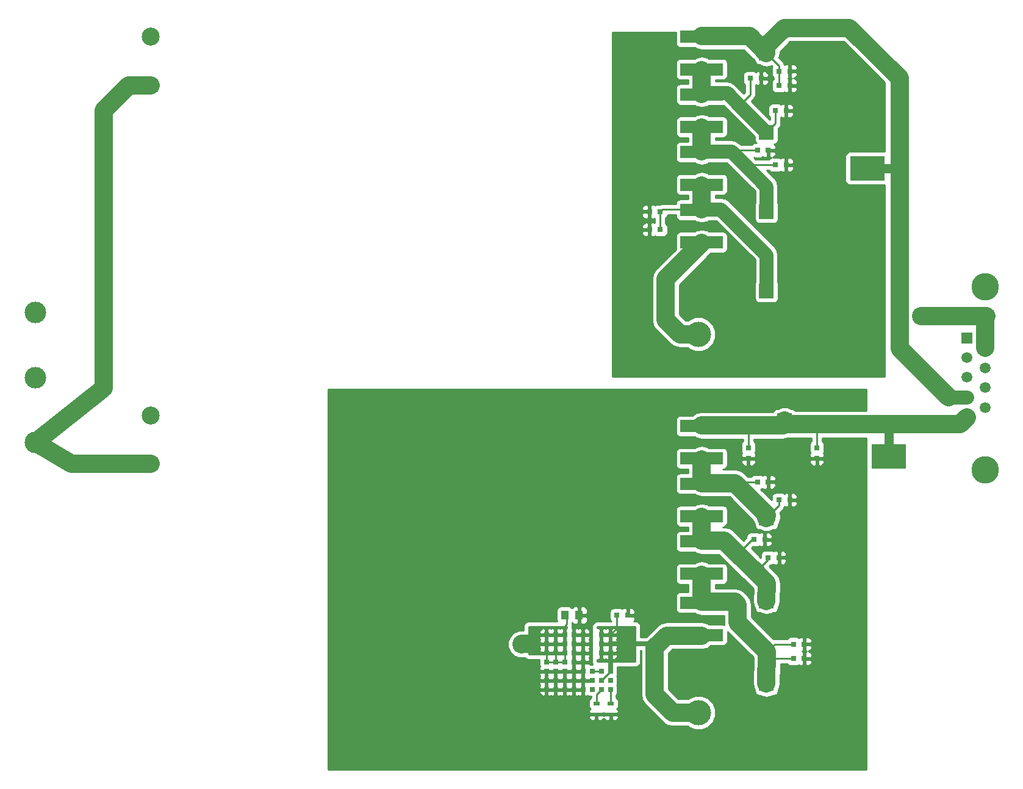
<source format=gbl>
G04 #@! TF.FileFunction,Copper,L2,Bot,Signal*
%FSLAX46Y46*%
G04 Gerber Fmt 4.6, Leading zero omitted, Abs format (unit mm)*
G04 Created by KiCad (PCBNEW 4.0.7) date 08/30/17 11:51:51*
%MOMM*%
%LPD*%
G01*
G04 APERTURE LIST*
%ADD10C,0.150000*%
%ADD11C,3.500000*%
%ADD12C,2.500000*%
%ADD13R,0.800000X0.750000*%
%ADD14R,2.000000X2.000000*%
%ADD15C,2.000000*%
%ADD16R,0.750000X0.800000*%
%ADD17C,3.810000*%
%ADD18R,1.520000X1.520000*%
%ADD19C,1.520000*%
%ADD20R,0.900000X0.500000*%
%ADD21C,3.000000*%
%ADD22R,0.640000X0.640000*%
%ADD23R,5.900000X1.700000*%
%ADD24R,1.000000X1.250000*%
%ADD25R,1.400000X1.390000*%
%ADD26R,4.860000X3.360000*%
%ADD27C,2.540000*%
%ADD28C,2.540000*%
%ADD29C,0.635000*%
%ADD30C,0.254000*%
%ADD31C,1.905000*%
%ADD32C,1.270000*%
G04 APERTURE END LIST*
D10*
D11*
X108060000Y-54000000D03*
D12*
X32060000Y-12750000D03*
X32060000Y-19500000D03*
D11*
X108060000Y-48500000D03*
D13*
X98250000Y-93000000D03*
X96750000Y-93000000D03*
X122750000Y-99000000D03*
X121250000Y-99000000D03*
X101250000Y-37000000D03*
X102750000Y-37000000D03*
D14*
X117500000Y-102500000D03*
D15*
X122500000Y-102500000D03*
D14*
X117500000Y-48000000D03*
D15*
X122500000Y-48000000D03*
D13*
X117250000Y-82500000D03*
X115750000Y-82500000D03*
X117750000Y-28500000D03*
X116250000Y-28500000D03*
D14*
X117500000Y-91000000D03*
D15*
X122500000Y-91000000D03*
D14*
X117500000Y-37000000D03*
D15*
X122500000Y-37000000D03*
D13*
X117750000Y-74500000D03*
X116250000Y-74500000D03*
X120250000Y-23000000D03*
X118750000Y-23000000D03*
D14*
X117500000Y-79500000D03*
D15*
X122500000Y-79500000D03*
D14*
X117500000Y-26000000D03*
D15*
X122500000Y-26000000D03*
D16*
X124500000Y-71250000D03*
X124500000Y-69750000D03*
D13*
X120750000Y-17500000D03*
X119250000Y-17500000D03*
D14*
X120000000Y-66000000D03*
D15*
X120000000Y-71000000D03*
D14*
X117500000Y-15000000D03*
D15*
X122500000Y-15000000D03*
D17*
X147840000Y-72790000D03*
X147840000Y-47390000D03*
D18*
X145300000Y-54500000D03*
D19*
X145300000Y-57290000D03*
X145300000Y-59960000D03*
X145300000Y-62760000D03*
X145300000Y-65550000D03*
X147840000Y-55900000D03*
X147840000Y-58690000D03*
X147840000Y-61360000D03*
X147840000Y-64150000D03*
D11*
X108060000Y-106500000D03*
D12*
X32060000Y-65250000D03*
X32060000Y-72000000D03*
D11*
X108060000Y-101000000D03*
D20*
X93900000Y-105250000D03*
X93900000Y-106750000D03*
X95900000Y-105250000D03*
X95900000Y-106750000D03*
D21*
X16000000Y-69000000D03*
X16000000Y-51000000D03*
X16000000Y-60000000D03*
D13*
X122750000Y-97000000D03*
X121250000Y-97000000D03*
X101250000Y-39500000D03*
X102750000Y-39500000D03*
X119250000Y-85000000D03*
X117750000Y-85000000D03*
X120250000Y-30500000D03*
X118750000Y-30500000D03*
X120750000Y-77000000D03*
X119250000Y-77000000D03*
X116750000Y-18500000D03*
X115250000Y-18500000D03*
D16*
X115000000Y-71250000D03*
X115000000Y-69750000D03*
D13*
X120750000Y-19500000D03*
X119250000Y-19500000D03*
D22*
X95845000Y-103310000D03*
X94575000Y-103310000D03*
X93305000Y-103310000D03*
X92035000Y-103310000D03*
X90765000Y-103310000D03*
X89495000Y-103310000D03*
X88225000Y-103310000D03*
X86955000Y-103310000D03*
X95845000Y-102040000D03*
X94575000Y-102040000D03*
X93305000Y-102040000D03*
X92035000Y-102040000D03*
X90765000Y-102040000D03*
X89495000Y-102040000D03*
X88225000Y-102040000D03*
X86955000Y-102040000D03*
X95845000Y-100770000D03*
X94575000Y-100770000D03*
X93305000Y-100770000D03*
X92035000Y-100770000D03*
X90765000Y-100770000D03*
X89495000Y-100770000D03*
X88225000Y-100770000D03*
X86955000Y-100770000D03*
X92035000Y-99500000D03*
X90765000Y-99500000D03*
X89495000Y-99500000D03*
X88225000Y-99500000D03*
X86955000Y-99500000D03*
X95845000Y-98230000D03*
X94575000Y-98230000D03*
X92035000Y-98230000D03*
X90765000Y-98230000D03*
X89495000Y-98230000D03*
X88225000Y-98230000D03*
X86955000Y-98230000D03*
X94575000Y-96960000D03*
X90765000Y-96960000D03*
X92035000Y-96960000D03*
X95845000Y-95690000D03*
X95845000Y-96960000D03*
X94575000Y-95690000D03*
X92035000Y-95690000D03*
X86955000Y-95690000D03*
X88225000Y-95690000D03*
X89495000Y-95690000D03*
X90765000Y-95690000D03*
X89495000Y-96960000D03*
X88225000Y-96960000D03*
X86955000Y-96960000D03*
X86955000Y-95690000D03*
D23*
X108500000Y-91250000D03*
X108500000Y-95750000D03*
X108500000Y-36750000D03*
X108500000Y-41250000D03*
X108500000Y-82750000D03*
X108500000Y-87250000D03*
X108500000Y-28750000D03*
X108500000Y-33250000D03*
X108500000Y-74750000D03*
X108500000Y-79250000D03*
X108500000Y-20750000D03*
X108500000Y-25250000D03*
X108500000Y-66750000D03*
X108500000Y-71250000D03*
X108500000Y-12750000D03*
X108500000Y-17250000D03*
D24*
X89500000Y-93000000D03*
X91500000Y-93000000D03*
D25*
X130518000Y-71920000D03*
D26*
X134500000Y-71000000D03*
D25*
X130518000Y-70080000D03*
X127518000Y-31920000D03*
D26*
X131500000Y-31000000D03*
D25*
X127518000Y-30080000D03*
D27*
X139000000Y-51500000D03*
X83500000Y-97000000D03*
D28*
X108060000Y-106500000D02*
X104500000Y-106500000D01*
X104500000Y-106500000D02*
X102000000Y-104000000D01*
X102000000Y-104000000D02*
X102000000Y-97500000D01*
D29*
X101460000Y-96960000D02*
X102000000Y-97500000D01*
D28*
X102000000Y-97500000D02*
X103650000Y-95850000D01*
D29*
X95845000Y-96960000D02*
X101460000Y-96960000D01*
D30*
X96750000Y-93000000D02*
X96750000Y-94785000D01*
X96750000Y-94785000D02*
X95845000Y-95690000D01*
X95845000Y-100770000D02*
X94575000Y-102040000D01*
D29*
X95845000Y-98230000D02*
X95845000Y-100770000D01*
D28*
X103650000Y-95850000D02*
X108500000Y-95850000D01*
D30*
X119250000Y-77000000D02*
X119250000Y-77750000D01*
X119250000Y-77750000D02*
X117500000Y-79500000D01*
X116250000Y-74500000D02*
X113300000Y-74500000D01*
X113300000Y-74500000D02*
X113150000Y-74650000D01*
D28*
X117500000Y-79500000D02*
X117580000Y-79080000D01*
X113150000Y-74650000D02*
X108500000Y-74650000D01*
X117580000Y-79080000D02*
X113150000Y-74650000D01*
X108500000Y-74650000D02*
X108500000Y-71350000D01*
D30*
X118750000Y-23000000D02*
X118750000Y-24750000D01*
X118750000Y-24750000D02*
X117500000Y-26000000D01*
X115250000Y-18500000D02*
X115250000Y-20500000D01*
X115250000Y-20500000D02*
X115250000Y-20750000D01*
X115250000Y-20750000D02*
X113750000Y-22250000D01*
D31*
X117500000Y-26000000D02*
X113750000Y-22250000D01*
X113750000Y-22250000D02*
X112000000Y-20500000D01*
X112000000Y-20500000D02*
X108650000Y-20500000D01*
X108650000Y-20500000D02*
X108500000Y-20650000D01*
D28*
X108500000Y-20650000D02*
X108500000Y-17350000D01*
D30*
X88225000Y-99500000D02*
X88225000Y-98230000D01*
X86955000Y-98230000D02*
X86955000Y-99500000D01*
X86955000Y-99500000D02*
X88225000Y-99500000D01*
X88225000Y-99500000D02*
X89495000Y-99500000D01*
X89495000Y-99500000D02*
X89495000Y-98230000D01*
X89750000Y-93000000D02*
X89750000Y-94250000D01*
X89495000Y-94505000D02*
X89495000Y-95690000D01*
X89750000Y-94250000D02*
X89495000Y-94505000D01*
D28*
X84540000Y-96960000D02*
X83540000Y-96960000D01*
X147840000Y-51660000D02*
X147840000Y-55900000D01*
X148000000Y-51500000D02*
X147840000Y-51660000D01*
X139000000Y-51500000D02*
X148000000Y-51500000D01*
X83540000Y-96960000D02*
X83500000Y-97000000D01*
D30*
X86955000Y-96960000D02*
X84540000Y-96960000D01*
X84540000Y-96960000D02*
X84500000Y-97000000D01*
D32*
X134500000Y-71000000D02*
X134500000Y-66500000D01*
X134500000Y-66500000D02*
X134500000Y-67000000D01*
X134500000Y-67000000D02*
X134500000Y-66500000D01*
D30*
X124500000Y-69750000D02*
X124500000Y-66500000D01*
X115000000Y-69750000D02*
X115000000Y-66650000D01*
X115000000Y-66650000D02*
X115000000Y-67000000D01*
X115000000Y-67000000D02*
X115000000Y-66650000D01*
X117000000Y-66650000D02*
X117000000Y-67000000D01*
X117000000Y-67000000D02*
X117000000Y-66650000D01*
D28*
X120000000Y-66000000D02*
X120000000Y-66500000D01*
X120000000Y-66500000D02*
X119850000Y-66650000D01*
X119850000Y-66650000D02*
X120000000Y-66000000D01*
X108500000Y-66650000D02*
X115000000Y-66650000D01*
X115000000Y-66650000D02*
X117000000Y-66650000D01*
X117000000Y-66650000D02*
X119850000Y-66650000D01*
X119850000Y-66650000D02*
X120000000Y-66500000D01*
X120000000Y-66500000D02*
X124500000Y-66500000D01*
X124500000Y-66500000D02*
X134500000Y-66500000D01*
X134500000Y-66500000D02*
X144350000Y-66500000D01*
X144350000Y-66500000D02*
X145300000Y-65550000D01*
D32*
X131500000Y-31000000D02*
X136000000Y-31000000D01*
D30*
X119250000Y-19500000D02*
X119250000Y-17500000D01*
X119250000Y-17500000D02*
X119250000Y-16750000D01*
X119250000Y-16750000D02*
X117500000Y-15000000D01*
D31*
X142760000Y-62760000D02*
X145300000Y-62760000D01*
D28*
X136000000Y-56000000D02*
X142760000Y-62760000D01*
X136000000Y-18500000D02*
X136000000Y-31000000D01*
X136000000Y-31000000D02*
X136000000Y-56000000D01*
X129000000Y-11500000D02*
X136000000Y-18500000D01*
X120000000Y-11500000D02*
X129000000Y-11500000D01*
X117500000Y-14000000D02*
X120000000Y-11500000D01*
X117500000Y-15000000D02*
X117500000Y-14000000D01*
X108500000Y-12650000D02*
X115150000Y-12650000D01*
X115150000Y-12650000D02*
X117500000Y-15000000D01*
X108060000Y-54000000D02*
X105500000Y-54000000D01*
X103500000Y-46350000D02*
X108500000Y-41350000D01*
X103500000Y-52000000D02*
X103500000Y-46350000D01*
X105500000Y-54000000D02*
X103500000Y-52000000D01*
X32060000Y-72000000D02*
X21000000Y-72000000D01*
X21000000Y-72000000D02*
X16000000Y-69000000D01*
X32060000Y-19500000D02*
X29000000Y-19500000D01*
X25500000Y-61500000D02*
X16000000Y-69000000D01*
X25500000Y-23000000D02*
X25500000Y-61500000D01*
X29000000Y-19500000D02*
X25500000Y-23000000D01*
D30*
X93900000Y-105250000D02*
X93900000Y-104000000D01*
X93900000Y-104000000D02*
X94575000Y-103325000D01*
X94575000Y-103325000D02*
X94575000Y-103310000D01*
X95900000Y-105250000D02*
X95900000Y-104000000D01*
X95845000Y-103945000D02*
X95845000Y-103310000D01*
X95900000Y-104000000D02*
X95845000Y-103945000D01*
X93305000Y-100770000D02*
X94575000Y-100770000D01*
X121250000Y-97000000D02*
X118660000Y-97000000D01*
X118660000Y-97000000D02*
X117580000Y-98080000D01*
X121250000Y-99000000D02*
X117563348Y-99000000D01*
X117500000Y-99000000D02*
X117500000Y-102500000D01*
X117563348Y-99000000D02*
X117500000Y-99000000D01*
D28*
X117500000Y-102500000D02*
X117500000Y-102500000D01*
X117500000Y-102500000D02*
X117580000Y-98080000D01*
X113150000Y-91150000D02*
X108500000Y-91150000D01*
X113500000Y-91500000D02*
X113150000Y-91150000D01*
X113500000Y-94000000D02*
X113500000Y-91500000D01*
X117580000Y-98080000D02*
X113500000Y-94000000D01*
X108500000Y-91150000D02*
X108500000Y-87350000D01*
D30*
X102750000Y-39500000D02*
X102750000Y-37000000D01*
X102750000Y-37000000D02*
X103100000Y-36650000D01*
X103100000Y-36650000D02*
X108500000Y-36650000D01*
X108150000Y-37000000D02*
X108500000Y-36650000D01*
D31*
X117500000Y-48000000D02*
X117500000Y-43000000D01*
X117500000Y-43000000D02*
X111150000Y-36650000D01*
X111150000Y-36650000D02*
X108500000Y-36650000D01*
D28*
X108500000Y-36650000D02*
X108500000Y-33350000D01*
D30*
X117750000Y-85000000D02*
X117750000Y-85250000D01*
X117750000Y-85250000D02*
X116000000Y-87000000D01*
X115750000Y-82500000D02*
X115500000Y-82500000D01*
X115500000Y-82500000D02*
X113500000Y-84500000D01*
D28*
X117500000Y-91000000D02*
X117580000Y-88580000D01*
X111650000Y-82650000D02*
X108500000Y-82650000D01*
X117580000Y-88580000D02*
X116000000Y-87000000D01*
X116000000Y-87000000D02*
X113500000Y-84500000D01*
X113500000Y-84500000D02*
X111650000Y-82650000D01*
X108500000Y-82650000D02*
X108500000Y-79350000D01*
D30*
X118750000Y-30500000D02*
X114500000Y-30500000D01*
X116250000Y-28500000D02*
X112800000Y-28500000D01*
X112800000Y-28500000D02*
X112650000Y-28650000D01*
D31*
X117500000Y-37000000D02*
X117500000Y-33500000D01*
X112650000Y-28650000D02*
X108500000Y-28650000D01*
X117500000Y-33500000D02*
X114500000Y-30500000D01*
X114500000Y-30500000D02*
X112650000Y-28650000D01*
D28*
X108500000Y-28650000D02*
X108500000Y-25350000D01*
D30*
G36*
X131373000Y-64595000D02*
X121493974Y-64595000D01*
X121464090Y-64548559D01*
X121251890Y-64403569D01*
X121000000Y-64352560D01*
X120897456Y-64352560D01*
X120729012Y-64240009D01*
X120573203Y-64209017D01*
X120428357Y-64143785D01*
X120212152Y-64137199D01*
X120000000Y-64095000D01*
X119844194Y-64125992D01*
X119685408Y-64121155D01*
X119483140Y-64197809D01*
X119270988Y-64240009D01*
X119138899Y-64328268D01*
X119074801Y-64352560D01*
X119000000Y-64352560D01*
X118764683Y-64396838D01*
X118548559Y-64535910D01*
X118405694Y-64745000D01*
X108500000Y-64745000D01*
X107770988Y-64890009D01*
X107228394Y-65252560D01*
X105550000Y-65252560D01*
X105314683Y-65296838D01*
X105098559Y-65435910D01*
X104953569Y-65648110D01*
X104902560Y-65900000D01*
X104902560Y-67600000D01*
X104946838Y-67835317D01*
X105085910Y-68051441D01*
X105298110Y-68196431D01*
X105550000Y-68247440D01*
X107527714Y-68247440D01*
X107770988Y-68409991D01*
X108500000Y-68555000D01*
X114238000Y-68555000D01*
X114238000Y-68844443D01*
X114173559Y-68885910D01*
X114028569Y-69098110D01*
X113977560Y-69350000D01*
X113977560Y-70150000D01*
X114021838Y-70385317D01*
X114088329Y-70488646D01*
X114086673Y-70490302D01*
X113990000Y-70723691D01*
X113990000Y-70964250D01*
X114148750Y-71123000D01*
X114873000Y-71123000D01*
X114873000Y-71103000D01*
X115127000Y-71103000D01*
X115127000Y-71123000D01*
X115851250Y-71123000D01*
X116010000Y-70964250D01*
X116010000Y-70723691D01*
X115913327Y-70490302D01*
X115911957Y-70488932D01*
X115971431Y-70401890D01*
X116022440Y-70150000D01*
X116022440Y-69350000D01*
X115978162Y-69114683D01*
X115839090Y-68898559D01*
X115762000Y-68845886D01*
X115762000Y-68555000D01*
X119850000Y-68555000D01*
X120005806Y-68524008D01*
X120164592Y-68528845D01*
X120366860Y-68452191D01*
X120579012Y-68409991D01*
X120586482Y-68405000D01*
X123738000Y-68405000D01*
X123738000Y-68844443D01*
X123673559Y-68885910D01*
X123528569Y-69098110D01*
X123477560Y-69350000D01*
X123477560Y-70150000D01*
X123521838Y-70385317D01*
X123588329Y-70488646D01*
X123586673Y-70490302D01*
X123490000Y-70723691D01*
X123490000Y-70964250D01*
X123648750Y-71123000D01*
X124373000Y-71123000D01*
X124373000Y-71103000D01*
X124627000Y-71103000D01*
X124627000Y-71123000D01*
X125351250Y-71123000D01*
X125510000Y-70964250D01*
X125510000Y-70723691D01*
X125413327Y-70490302D01*
X125411957Y-70488932D01*
X125471431Y-70401890D01*
X125522440Y-70150000D01*
X125522440Y-69350000D01*
X125478162Y-69114683D01*
X125339090Y-68898559D01*
X125262000Y-68845886D01*
X125262000Y-68405000D01*
X131373000Y-68405000D01*
X131373000Y-114373000D01*
X56627000Y-114373000D01*
X56627000Y-107033750D01*
X92815000Y-107033750D01*
X92815000Y-107126309D01*
X92911673Y-107359698D01*
X93090301Y-107538327D01*
X93323690Y-107635000D01*
X93614250Y-107635000D01*
X93773000Y-107476250D01*
X93773000Y-106875000D01*
X94027000Y-106875000D01*
X94027000Y-107476250D01*
X94185750Y-107635000D01*
X94476310Y-107635000D01*
X94709699Y-107538327D01*
X94888327Y-107359698D01*
X94900000Y-107331517D01*
X94911673Y-107359698D01*
X95090301Y-107538327D01*
X95323690Y-107635000D01*
X95614250Y-107635000D01*
X95773000Y-107476250D01*
X95773000Y-106875000D01*
X96027000Y-106875000D01*
X96027000Y-107476250D01*
X96185750Y-107635000D01*
X96476310Y-107635000D01*
X96709699Y-107538327D01*
X96888327Y-107359698D01*
X96985000Y-107126309D01*
X96985000Y-107033750D01*
X96826250Y-106875000D01*
X96027000Y-106875000D01*
X95773000Y-106875000D01*
X94973750Y-106875000D01*
X94900000Y-106948750D01*
X94826250Y-106875000D01*
X94027000Y-106875000D01*
X93773000Y-106875000D01*
X92973750Y-106875000D01*
X92815000Y-107033750D01*
X56627000Y-107033750D01*
X56627000Y-103595750D01*
X86000000Y-103595750D01*
X86000000Y-103756310D01*
X86096673Y-103989699D01*
X86275302Y-104168327D01*
X86508691Y-104265000D01*
X86669250Y-104265000D01*
X86828000Y-104106250D01*
X86828000Y-103437000D01*
X87082000Y-103437000D01*
X87082000Y-104106250D01*
X87240750Y-104265000D01*
X87401309Y-104265000D01*
X87590000Y-104186842D01*
X87778691Y-104265000D01*
X87939250Y-104265000D01*
X88098000Y-104106250D01*
X88098000Y-103437000D01*
X88352000Y-103437000D01*
X88352000Y-104106250D01*
X88510750Y-104265000D01*
X88671309Y-104265000D01*
X88860000Y-104186842D01*
X89048691Y-104265000D01*
X89209250Y-104265000D01*
X89368000Y-104106250D01*
X89368000Y-103437000D01*
X89622000Y-103437000D01*
X89622000Y-104106250D01*
X89780750Y-104265000D01*
X89941309Y-104265000D01*
X90130000Y-104186842D01*
X90318691Y-104265000D01*
X90479250Y-104265000D01*
X90638000Y-104106250D01*
X90638000Y-103437000D01*
X90892000Y-103437000D01*
X90892000Y-104106250D01*
X91050750Y-104265000D01*
X91211309Y-104265000D01*
X91400000Y-104186842D01*
X91588691Y-104265000D01*
X91749250Y-104265000D01*
X91908000Y-104106250D01*
X91908000Y-103437000D01*
X90892000Y-103437000D01*
X90638000Y-103437000D01*
X89622000Y-103437000D01*
X89368000Y-103437000D01*
X88352000Y-103437000D01*
X88098000Y-103437000D01*
X87082000Y-103437000D01*
X86828000Y-103437000D01*
X86158750Y-103437000D01*
X86000000Y-103595750D01*
X56627000Y-103595750D01*
X56627000Y-102325750D01*
X86000000Y-102325750D01*
X86000000Y-102486310D01*
X86078158Y-102675000D01*
X86000000Y-102863690D01*
X86000000Y-103024250D01*
X86158750Y-103183000D01*
X86828000Y-103183000D01*
X86828000Y-102167000D01*
X87082000Y-102167000D01*
X87082000Y-103183000D01*
X88098000Y-103183000D01*
X88098000Y-102167000D01*
X88352000Y-102167000D01*
X88352000Y-103183000D01*
X89368000Y-103183000D01*
X89368000Y-102167000D01*
X89622000Y-102167000D01*
X89622000Y-103183000D01*
X90638000Y-103183000D01*
X90638000Y-102167000D01*
X90892000Y-102167000D01*
X90892000Y-103183000D01*
X91908000Y-103183000D01*
X91908000Y-102167000D01*
X90892000Y-102167000D01*
X90638000Y-102167000D01*
X89622000Y-102167000D01*
X89368000Y-102167000D01*
X88352000Y-102167000D01*
X88098000Y-102167000D01*
X87082000Y-102167000D01*
X86828000Y-102167000D01*
X86158750Y-102167000D01*
X86000000Y-102325750D01*
X56627000Y-102325750D01*
X56627000Y-101055750D01*
X86000000Y-101055750D01*
X86000000Y-101216310D01*
X86078158Y-101405000D01*
X86000000Y-101593690D01*
X86000000Y-101754250D01*
X86158750Y-101913000D01*
X86828000Y-101913000D01*
X86828000Y-100897000D01*
X87082000Y-100897000D01*
X87082000Y-101913000D01*
X88098000Y-101913000D01*
X88098000Y-100897000D01*
X88352000Y-100897000D01*
X88352000Y-101913000D01*
X89368000Y-101913000D01*
X89368000Y-100897000D01*
X89622000Y-100897000D01*
X89622000Y-101913000D01*
X90638000Y-101913000D01*
X90638000Y-100897000D01*
X90892000Y-100897000D01*
X90892000Y-101913000D01*
X91908000Y-101913000D01*
X91908000Y-100897000D01*
X90892000Y-100897000D01*
X90638000Y-100897000D01*
X89622000Y-100897000D01*
X89368000Y-100897000D01*
X88352000Y-100897000D01*
X88098000Y-100897000D01*
X87082000Y-100897000D01*
X86828000Y-100897000D01*
X86158750Y-100897000D01*
X86000000Y-101055750D01*
X56627000Y-101055750D01*
X56627000Y-97377265D01*
X81594670Y-97377265D01*
X81884078Y-98077686D01*
X82419495Y-98614039D01*
X83119410Y-98904668D01*
X83877265Y-98905330D01*
X83911606Y-98891140D01*
X83944827Y-98942767D01*
X84152949Y-99084971D01*
X84400000Y-99135000D01*
X85996673Y-99135000D01*
X85987560Y-99180000D01*
X85987560Y-99820000D01*
X86031838Y-100055317D01*
X86080098Y-100130316D01*
X86000000Y-100323690D01*
X86000000Y-100484250D01*
X86158750Y-100643000D01*
X86828000Y-100643000D01*
X86828000Y-100623000D01*
X87082000Y-100623000D01*
X87082000Y-100643000D01*
X88098000Y-100643000D01*
X88098000Y-100623000D01*
X88352000Y-100623000D01*
X88352000Y-100643000D01*
X89368000Y-100643000D01*
X89368000Y-100623000D01*
X89622000Y-100623000D01*
X89622000Y-100643000D01*
X90638000Y-100643000D01*
X90638000Y-99627000D01*
X90892000Y-99627000D01*
X90892000Y-100643000D01*
X91908000Y-100643000D01*
X91908000Y-99627000D01*
X92162000Y-99627000D01*
X92162000Y-100643000D01*
X92182000Y-100643000D01*
X92182000Y-100897000D01*
X92162000Y-100897000D01*
X92162000Y-101913000D01*
X93178000Y-101913000D01*
X93178000Y-101893000D01*
X93432000Y-101893000D01*
X93432000Y-101913000D01*
X93452000Y-101913000D01*
X93452000Y-102167000D01*
X93432000Y-102167000D01*
X93432000Y-102187000D01*
X93178000Y-102187000D01*
X93178000Y-102167000D01*
X92162000Y-102167000D01*
X92162000Y-103183000D01*
X92182000Y-103183000D01*
X92182000Y-103437000D01*
X92162000Y-103437000D01*
X92162000Y-104106250D01*
X92320750Y-104265000D01*
X92481309Y-104265000D01*
X92673218Y-104185509D01*
X92733110Y-104226431D01*
X92985000Y-104277440D01*
X93138000Y-104277440D01*
X93138000Y-104446182D01*
X92998559Y-104535910D01*
X92853569Y-104748110D01*
X92802560Y-105000000D01*
X92802560Y-105500000D01*
X92846838Y-105735317D01*
X92985910Y-105951441D01*
X93054006Y-105997969D01*
X92911673Y-106140302D01*
X92815000Y-106373691D01*
X92815000Y-106466250D01*
X92973750Y-106625000D01*
X93773000Y-106625000D01*
X93773000Y-106603000D01*
X94027000Y-106603000D01*
X94027000Y-106625000D01*
X94826250Y-106625000D01*
X94900000Y-106551250D01*
X94973750Y-106625000D01*
X95773000Y-106625000D01*
X95773000Y-106603000D01*
X96027000Y-106603000D01*
X96027000Y-106625000D01*
X96826250Y-106625000D01*
X96985000Y-106466250D01*
X96985000Y-106373691D01*
X96888327Y-106140302D01*
X96747090Y-105999064D01*
X96801441Y-105964090D01*
X96946431Y-105751890D01*
X96997440Y-105500000D01*
X96997440Y-105000000D01*
X96953162Y-104764683D01*
X96814090Y-104548559D01*
X96662000Y-104444640D01*
X96662000Y-104027412D01*
X96761431Y-103881890D01*
X96812440Y-103630000D01*
X96812440Y-102990000D01*
X96768162Y-102754683D01*
X96717577Y-102676072D01*
X96761431Y-102611890D01*
X96812440Y-102360000D01*
X96812440Y-101720000D01*
X96768162Y-101484683D01*
X96717577Y-101406072D01*
X96761431Y-101341890D01*
X96812440Y-101090000D01*
X96812440Y-100450000D01*
X96797500Y-100370601D01*
X96797500Y-100135000D01*
X99400000Y-100135000D01*
X99630795Y-100091573D01*
X99842767Y-99955173D01*
X99984971Y-99747051D01*
X100035000Y-99500000D01*
X100035000Y-97912500D01*
X100095000Y-97912500D01*
X100095000Y-104000000D01*
X100224093Y-104648996D01*
X100240009Y-104729012D01*
X100652962Y-105347038D01*
X103152962Y-107847038D01*
X103770988Y-108259991D01*
X104500000Y-108405000D01*
X106591718Y-108405000D01*
X106707242Y-108520726D01*
X107583513Y-108884585D01*
X108532325Y-108885413D01*
X109409229Y-108523084D01*
X110080726Y-107852758D01*
X110444585Y-106976487D01*
X110445413Y-106027675D01*
X110083084Y-105150771D01*
X109412758Y-104479274D01*
X108536487Y-104115415D01*
X107587675Y-104114587D01*
X106710771Y-104476916D01*
X106592481Y-104595000D01*
X105289076Y-104595000D01*
X103905000Y-103210924D01*
X103905000Y-98289076D01*
X104439077Y-97755000D01*
X108500000Y-97755000D01*
X109229012Y-97609991D01*
X109771606Y-97247440D01*
X111450000Y-97247440D01*
X111685317Y-97203162D01*
X111901441Y-97064090D01*
X112046431Y-96851890D01*
X112097440Y-96600000D01*
X112097440Y-95263944D01*
X112152962Y-95347038D01*
X115660666Y-98854742D01*
X115595312Y-102465526D01*
X115598423Y-102482792D01*
X115595000Y-102500000D01*
X115664208Y-102847934D01*
X115727105Y-103197043D01*
X115736586Y-103211804D01*
X115740009Y-103229012D01*
X115852560Y-103397456D01*
X115852560Y-103500000D01*
X115896838Y-103735317D01*
X116035910Y-103951441D01*
X116248110Y-104096431D01*
X116500000Y-104147440D01*
X116596646Y-104147440D01*
X116739258Y-104246510D01*
X116756400Y-104250243D01*
X116770988Y-104259991D01*
X117118921Y-104329199D01*
X117465526Y-104404688D01*
X117482792Y-104401577D01*
X117500000Y-104405000D01*
X117847934Y-104335792D01*
X118197043Y-104272895D01*
X118211804Y-104263414D01*
X118229012Y-104259991D01*
X118397456Y-104147440D01*
X118500000Y-104147440D01*
X118735317Y-104103162D01*
X118951441Y-103964090D01*
X119096431Y-103751890D01*
X119147440Y-103500000D01*
X119147440Y-103403354D01*
X119246510Y-103260742D01*
X119250243Y-103243600D01*
X119259991Y-103229012D01*
X119329199Y-102881079D01*
X119404688Y-102534474D01*
X119454869Y-99762000D01*
X120344443Y-99762000D01*
X120385910Y-99826441D01*
X120598110Y-99971431D01*
X120850000Y-100022440D01*
X121650000Y-100022440D01*
X121885317Y-99978162D01*
X121988646Y-99911671D01*
X121990302Y-99913327D01*
X122223691Y-100010000D01*
X122464250Y-100010000D01*
X122623000Y-99851250D01*
X122623000Y-99127000D01*
X122877000Y-99127000D01*
X122877000Y-99851250D01*
X123035750Y-100010000D01*
X123276309Y-100010000D01*
X123509698Y-99913327D01*
X123688327Y-99734699D01*
X123785000Y-99501310D01*
X123785000Y-99285750D01*
X123626250Y-99127000D01*
X122877000Y-99127000D01*
X122623000Y-99127000D01*
X122603000Y-99127000D01*
X122603000Y-98873000D01*
X122623000Y-98873000D01*
X122623000Y-98148750D01*
X122474250Y-98000000D01*
X122623000Y-97851250D01*
X122623000Y-97127000D01*
X122877000Y-97127000D01*
X122877000Y-97851250D01*
X123025750Y-98000000D01*
X122877000Y-98148750D01*
X122877000Y-98873000D01*
X123626250Y-98873000D01*
X123785000Y-98714250D01*
X123785000Y-98498690D01*
X123688327Y-98265301D01*
X123509698Y-98086673D01*
X123300451Y-98000000D01*
X123509698Y-97913327D01*
X123688327Y-97734699D01*
X123785000Y-97501310D01*
X123785000Y-97285750D01*
X123626250Y-97127000D01*
X122877000Y-97127000D01*
X122623000Y-97127000D01*
X122603000Y-97127000D01*
X122603000Y-96873000D01*
X122623000Y-96873000D01*
X122623000Y-96148750D01*
X122877000Y-96148750D01*
X122877000Y-96873000D01*
X123626250Y-96873000D01*
X123785000Y-96714250D01*
X123785000Y-96498690D01*
X123688327Y-96265301D01*
X123509698Y-96086673D01*
X123276309Y-95990000D01*
X123035750Y-95990000D01*
X122877000Y-96148750D01*
X122623000Y-96148750D01*
X122464250Y-95990000D01*
X122223691Y-95990000D01*
X121990302Y-96086673D01*
X121988932Y-96088043D01*
X121901890Y-96028569D01*
X121650000Y-95977560D01*
X120850000Y-95977560D01*
X120614683Y-96021838D01*
X120398559Y-96160910D01*
X120345886Y-96238000D01*
X118660000Y-96238000D01*
X118469892Y-96275815D01*
X115405000Y-93210924D01*
X115405000Y-91500000D01*
X115259991Y-90770988D01*
X115026128Y-90420988D01*
X114847039Y-90152962D01*
X114497038Y-89802962D01*
X113879012Y-89390009D01*
X113150000Y-89245000D01*
X110405000Y-89245000D01*
X110405000Y-88747440D01*
X111450000Y-88747440D01*
X111685317Y-88703162D01*
X111901441Y-88564090D01*
X112046431Y-88351890D01*
X112097440Y-88100000D01*
X112097440Y-86400000D01*
X112053162Y-86164683D01*
X111914090Y-85948559D01*
X111701890Y-85803569D01*
X111450000Y-85752560D01*
X109472286Y-85752560D01*
X109229012Y-85590009D01*
X108500000Y-85445000D01*
X107770988Y-85590009D01*
X107527714Y-85752560D01*
X105550000Y-85752560D01*
X105314683Y-85796838D01*
X105098559Y-85935910D01*
X104953569Y-86148110D01*
X104902560Y-86400000D01*
X104902560Y-88100000D01*
X104946838Y-88335317D01*
X105085910Y-88551441D01*
X105298110Y-88696431D01*
X105550000Y-88747440D01*
X106595000Y-88747440D01*
X106595000Y-89752560D01*
X105550000Y-89752560D01*
X105314683Y-89796838D01*
X105098559Y-89935910D01*
X104953569Y-90148110D01*
X104902560Y-90400000D01*
X104902560Y-92100000D01*
X104946838Y-92335317D01*
X105085910Y-92551441D01*
X105298110Y-92696431D01*
X105550000Y-92747440D01*
X107527714Y-92747440D01*
X107770988Y-92909991D01*
X108500000Y-93055000D01*
X111595000Y-93055000D01*
X111595000Y-94000000D01*
X111653431Y-94293756D01*
X111450000Y-94252560D01*
X109472286Y-94252560D01*
X109229012Y-94090009D01*
X108500000Y-93945000D01*
X103650000Y-93945000D01*
X103085765Y-94057233D01*
X102920987Y-94090009D01*
X102302961Y-94502962D01*
X100798424Y-96007500D01*
X100035000Y-96007500D01*
X100035000Y-94500000D01*
X99991573Y-94269205D01*
X99855173Y-94057233D01*
X99647051Y-93915029D01*
X99400000Y-93865000D01*
X99058025Y-93865000D01*
X99188327Y-93734699D01*
X99285000Y-93501310D01*
X99285000Y-93285750D01*
X99126250Y-93127000D01*
X98377000Y-93127000D01*
X98377000Y-93147000D01*
X98123000Y-93147000D01*
X98123000Y-93127000D01*
X98103000Y-93127000D01*
X98103000Y-92873000D01*
X98123000Y-92873000D01*
X98123000Y-92148750D01*
X98377000Y-92148750D01*
X98377000Y-92873000D01*
X99126250Y-92873000D01*
X99285000Y-92714250D01*
X99285000Y-92498690D01*
X99188327Y-92265301D01*
X99009698Y-92086673D01*
X98776309Y-91990000D01*
X98535750Y-91990000D01*
X98377000Y-92148750D01*
X98123000Y-92148750D01*
X97964250Y-91990000D01*
X97723691Y-91990000D01*
X97490302Y-92086673D01*
X97488932Y-92088043D01*
X97401890Y-92028569D01*
X97150000Y-91977560D01*
X96350000Y-91977560D01*
X96114683Y-92021838D01*
X95898559Y-92160910D01*
X95753569Y-92373110D01*
X95702560Y-92625000D01*
X95702560Y-93375000D01*
X95746838Y-93610317D01*
X95885910Y-93826441D01*
X95942343Y-93865000D01*
X93900000Y-93865000D01*
X93669205Y-93908427D01*
X93457233Y-94044827D01*
X93315029Y-94252949D01*
X93265000Y-94500000D01*
X93265000Y-99500000D01*
X93308427Y-99730795D01*
X93354606Y-99802560D01*
X92990000Y-99802560D01*
X92990000Y-99785750D01*
X92831250Y-99627000D01*
X92162000Y-99627000D01*
X91908000Y-99627000D01*
X90892000Y-99627000D01*
X90638000Y-99627000D01*
X90618000Y-99627000D01*
X90618000Y-99373000D01*
X90638000Y-99373000D01*
X90638000Y-98357000D01*
X90892000Y-98357000D01*
X90892000Y-99373000D01*
X91908000Y-99373000D01*
X91908000Y-98357000D01*
X92162000Y-98357000D01*
X92162000Y-99373000D01*
X92831250Y-99373000D01*
X92990000Y-99214250D01*
X92990000Y-99053690D01*
X92911842Y-98865000D01*
X92990000Y-98676310D01*
X92990000Y-98515750D01*
X92831250Y-98357000D01*
X92162000Y-98357000D01*
X91908000Y-98357000D01*
X90892000Y-98357000D01*
X90638000Y-98357000D01*
X90618000Y-98357000D01*
X90618000Y-98103000D01*
X90638000Y-98103000D01*
X90638000Y-97087000D01*
X90892000Y-97087000D01*
X90892000Y-98103000D01*
X91908000Y-98103000D01*
X91908000Y-97087000D01*
X92162000Y-97087000D01*
X92162000Y-98103000D01*
X92831250Y-98103000D01*
X92990000Y-97944250D01*
X92990000Y-97783690D01*
X92911842Y-97595000D01*
X92990000Y-97406310D01*
X92990000Y-97245750D01*
X92831250Y-97087000D01*
X92162000Y-97087000D01*
X91908000Y-97087000D01*
X90892000Y-97087000D01*
X90638000Y-97087000D01*
X90618000Y-97087000D01*
X90618000Y-96833000D01*
X90638000Y-96833000D01*
X90638000Y-95817000D01*
X90892000Y-95817000D01*
X90892000Y-96833000D01*
X91908000Y-96833000D01*
X91908000Y-95817000D01*
X92162000Y-95817000D01*
X92162000Y-96833000D01*
X92831250Y-96833000D01*
X92990000Y-96674250D01*
X92990000Y-96513690D01*
X92911842Y-96325000D01*
X92990000Y-96136310D01*
X92990000Y-95975750D01*
X92831250Y-95817000D01*
X92162000Y-95817000D01*
X91908000Y-95817000D01*
X90892000Y-95817000D01*
X90638000Y-95817000D01*
X90618000Y-95817000D01*
X90618000Y-95563000D01*
X90638000Y-95563000D01*
X90638000Y-94893750D01*
X90892000Y-94893750D01*
X90892000Y-95563000D01*
X91908000Y-95563000D01*
X91908000Y-94893750D01*
X92162000Y-94893750D01*
X92162000Y-95563000D01*
X92831250Y-95563000D01*
X92990000Y-95404250D01*
X92990000Y-95243690D01*
X92893327Y-95010301D01*
X92714698Y-94831673D01*
X92481309Y-94735000D01*
X92320750Y-94735000D01*
X92162000Y-94893750D01*
X91908000Y-94893750D01*
X91749250Y-94735000D01*
X91588691Y-94735000D01*
X91400000Y-94813158D01*
X91211309Y-94735000D01*
X91050750Y-94735000D01*
X90892000Y-94893750D01*
X90638000Y-94893750D01*
X90535000Y-94790750D01*
X90535000Y-94500000D01*
X90499646Y-94312108D01*
X90512000Y-94250000D01*
X90512000Y-94035026D01*
X90640302Y-94163327D01*
X90873691Y-94260000D01*
X91214250Y-94260000D01*
X91373000Y-94101250D01*
X91373000Y-93127000D01*
X91627000Y-93127000D01*
X91627000Y-94101250D01*
X91785750Y-94260000D01*
X92126309Y-94260000D01*
X92359698Y-94163327D01*
X92538327Y-93984699D01*
X92635000Y-93751310D01*
X92635000Y-93285750D01*
X92476250Y-93127000D01*
X91627000Y-93127000D01*
X91373000Y-93127000D01*
X91353000Y-93127000D01*
X91353000Y-92873000D01*
X91373000Y-92873000D01*
X91373000Y-91898750D01*
X91627000Y-91898750D01*
X91627000Y-92873000D01*
X92476250Y-92873000D01*
X92635000Y-92714250D01*
X92635000Y-92248690D01*
X92538327Y-92015301D01*
X92359698Y-91836673D01*
X92126309Y-91740000D01*
X91785750Y-91740000D01*
X91627000Y-91898750D01*
X91373000Y-91898750D01*
X91214250Y-91740000D01*
X90873691Y-91740000D01*
X90640302Y-91836673D01*
X90499064Y-91977910D01*
X90464090Y-91923559D01*
X90251890Y-91778569D01*
X90000000Y-91727560D01*
X89000000Y-91727560D01*
X88764683Y-91771838D01*
X88548559Y-91910910D01*
X88403569Y-92123110D01*
X88352560Y-92375000D01*
X88352560Y-93625000D01*
X88396838Y-93860317D01*
X88399851Y-93865000D01*
X84400000Y-93865000D01*
X84169205Y-93908427D01*
X83957233Y-94044827D01*
X83815029Y-94252949D01*
X83765000Y-94500000D01*
X83765000Y-95055000D01*
X83540000Y-95055000D01*
X83339612Y-95094859D01*
X83122735Y-95094670D01*
X82920528Y-95178220D01*
X82810988Y-95200009D01*
X82718936Y-95261516D01*
X82422314Y-95384078D01*
X82193170Y-95612822D01*
X82192962Y-95612961D01*
X82154121Y-95651803D01*
X81885961Y-95919495D01*
X81595332Y-96619410D01*
X81594670Y-97377265D01*
X56627000Y-97377265D01*
X56627000Y-78400000D01*
X104902560Y-78400000D01*
X104902560Y-80100000D01*
X104946838Y-80335317D01*
X105085910Y-80551441D01*
X105298110Y-80696431D01*
X105550000Y-80747440D01*
X106595000Y-80747440D01*
X106595000Y-81252560D01*
X105550000Y-81252560D01*
X105314683Y-81296838D01*
X105098559Y-81435910D01*
X104953569Y-81648110D01*
X104902560Y-81900000D01*
X104902560Y-83600000D01*
X104946838Y-83835317D01*
X105085910Y-84051441D01*
X105298110Y-84196431D01*
X105550000Y-84247440D01*
X107527714Y-84247440D01*
X107770988Y-84409991D01*
X108500000Y-84555000D01*
X110860924Y-84555000D01*
X114652962Y-88347038D01*
X115648742Y-89342819D01*
X115596040Y-90937059D01*
X115716883Y-91670464D01*
X115852560Y-91888806D01*
X115852560Y-92000000D01*
X115896838Y-92235317D01*
X116035910Y-92451441D01*
X116248110Y-92596431D01*
X116500000Y-92647440D01*
X116591208Y-92647440D01*
X116713236Y-92734944D01*
X117437059Y-92903960D01*
X118170464Y-92783117D01*
X118388806Y-92647440D01*
X118500000Y-92647440D01*
X118735317Y-92603162D01*
X118951441Y-92464090D01*
X119096431Y-92251890D01*
X119147440Y-92000000D01*
X119147440Y-91908792D01*
X119234944Y-91786764D01*
X119403960Y-91062941D01*
X119483960Y-88642941D01*
X119478759Y-88611373D01*
X119484999Y-88580000D01*
X119418523Y-88245797D01*
X119363117Y-87909536D01*
X119346232Y-87882364D01*
X119339991Y-87850987D01*
X119150657Y-87567630D01*
X118970808Y-87278203D01*
X118944812Y-87259562D01*
X118927038Y-87232961D01*
X117885854Y-86191777D01*
X118055191Y-86022440D01*
X118150000Y-86022440D01*
X118385317Y-85978162D01*
X118488646Y-85911671D01*
X118490302Y-85913327D01*
X118723691Y-86010000D01*
X118964250Y-86010000D01*
X119123000Y-85851250D01*
X119123000Y-85127000D01*
X119377000Y-85127000D01*
X119377000Y-85851250D01*
X119535750Y-86010000D01*
X119776309Y-86010000D01*
X120009698Y-85913327D01*
X120188327Y-85734699D01*
X120285000Y-85501310D01*
X120285000Y-85285750D01*
X120126250Y-85127000D01*
X119377000Y-85127000D01*
X119123000Y-85127000D01*
X119103000Y-85127000D01*
X119103000Y-84873000D01*
X119123000Y-84873000D01*
X119123000Y-84148750D01*
X119377000Y-84148750D01*
X119377000Y-84873000D01*
X120126250Y-84873000D01*
X120285000Y-84714250D01*
X120285000Y-84498690D01*
X120188327Y-84265301D01*
X120009698Y-84086673D01*
X119776309Y-83990000D01*
X119535750Y-83990000D01*
X119377000Y-84148750D01*
X119123000Y-84148750D01*
X118964250Y-83990000D01*
X118723691Y-83990000D01*
X118490302Y-84086673D01*
X118488932Y-84088043D01*
X118401890Y-84028569D01*
X118150000Y-83977560D01*
X117350000Y-83977560D01*
X117114683Y-84021838D01*
X116898559Y-84160910D01*
X116753569Y-84373110D01*
X116702560Y-84625000D01*
X116702560Y-85008484D01*
X115385853Y-83691777D01*
X115555190Y-83522440D01*
X116150000Y-83522440D01*
X116385317Y-83478162D01*
X116488646Y-83411671D01*
X116490302Y-83413327D01*
X116723691Y-83510000D01*
X116964250Y-83510000D01*
X117123000Y-83351250D01*
X117123000Y-82627000D01*
X117377000Y-82627000D01*
X117377000Y-83351250D01*
X117535750Y-83510000D01*
X117776309Y-83510000D01*
X118009698Y-83413327D01*
X118188327Y-83234699D01*
X118285000Y-83001310D01*
X118285000Y-82785750D01*
X118126250Y-82627000D01*
X117377000Y-82627000D01*
X117123000Y-82627000D01*
X117103000Y-82627000D01*
X117103000Y-82373000D01*
X117123000Y-82373000D01*
X117123000Y-81648750D01*
X117377000Y-81648750D01*
X117377000Y-82373000D01*
X118126250Y-82373000D01*
X118285000Y-82214250D01*
X118285000Y-81998690D01*
X118188327Y-81765301D01*
X118009698Y-81586673D01*
X117776309Y-81490000D01*
X117535750Y-81490000D01*
X117377000Y-81648750D01*
X117123000Y-81648750D01*
X116964250Y-81490000D01*
X116723691Y-81490000D01*
X116490302Y-81586673D01*
X116488932Y-81588043D01*
X116401890Y-81528569D01*
X116150000Y-81477560D01*
X115350000Y-81477560D01*
X115114683Y-81521838D01*
X114898559Y-81660910D01*
X114753569Y-81873110D01*
X114702560Y-82125000D01*
X114702560Y-82219810D01*
X114308223Y-82614147D01*
X112997038Y-81302962D01*
X112379012Y-80890009D01*
X111650000Y-80745000D01*
X111462967Y-80745000D01*
X111685317Y-80703162D01*
X111901441Y-80564090D01*
X112046431Y-80351890D01*
X112097440Y-80100000D01*
X112097440Y-78400000D01*
X112053162Y-78164683D01*
X111914090Y-77948559D01*
X111701890Y-77803569D01*
X111450000Y-77752560D01*
X109472286Y-77752560D01*
X109229012Y-77590009D01*
X108500000Y-77445000D01*
X107770988Y-77590009D01*
X107527714Y-77752560D01*
X105550000Y-77752560D01*
X105314683Y-77796838D01*
X105098559Y-77935910D01*
X104953569Y-78148110D01*
X104902560Y-78400000D01*
X56627000Y-78400000D01*
X56627000Y-70400000D01*
X104902560Y-70400000D01*
X104902560Y-72100000D01*
X104946838Y-72335317D01*
X105085910Y-72551441D01*
X105298110Y-72696431D01*
X105550000Y-72747440D01*
X106595000Y-72747440D01*
X106595000Y-73252560D01*
X105550000Y-73252560D01*
X105314683Y-73296838D01*
X105098559Y-73435910D01*
X104953569Y-73648110D01*
X104902560Y-73900000D01*
X104902560Y-75600000D01*
X104946838Y-75835317D01*
X105085910Y-76051441D01*
X105298110Y-76196431D01*
X105550000Y-76247440D01*
X107527714Y-76247440D01*
X107770988Y-76409991D01*
X108500000Y-76555000D01*
X112360924Y-76555000D01*
X115634210Y-79828286D01*
X115634686Y-79886821D01*
X115852560Y-80400952D01*
X115852560Y-80500000D01*
X115896838Y-80735317D01*
X116035910Y-80951441D01*
X116248110Y-81096431D01*
X116500000Y-81147440D01*
X116590295Y-81147440D01*
X117143551Y-81371355D01*
X117886821Y-81365314D01*
X118400952Y-81147440D01*
X118500000Y-81147440D01*
X118735317Y-81103162D01*
X118951441Y-80964090D01*
X119096431Y-80751890D01*
X119147440Y-80500000D01*
X119147440Y-80409705D01*
X119371355Y-79856449D01*
X119451355Y-79436449D01*
X119449892Y-79256495D01*
X119484999Y-79080000D01*
X119446901Y-78888468D01*
X119445314Y-78693179D01*
X119427199Y-78650432D01*
X119788816Y-78288815D01*
X119949349Y-78048559D01*
X119953996Y-78041605D01*
X119978549Y-77918169D01*
X119988646Y-77911671D01*
X119990302Y-77913327D01*
X120223691Y-78010000D01*
X120464250Y-78010000D01*
X120623000Y-77851250D01*
X120623000Y-77127000D01*
X120877000Y-77127000D01*
X120877000Y-77851250D01*
X121035750Y-78010000D01*
X121276309Y-78010000D01*
X121509698Y-77913327D01*
X121688327Y-77734699D01*
X121785000Y-77501310D01*
X121785000Y-77285750D01*
X121626250Y-77127000D01*
X120877000Y-77127000D01*
X120623000Y-77127000D01*
X120603000Y-77127000D01*
X120603000Y-76873000D01*
X120623000Y-76873000D01*
X120623000Y-76148750D01*
X120877000Y-76148750D01*
X120877000Y-76873000D01*
X121626250Y-76873000D01*
X121785000Y-76714250D01*
X121785000Y-76498690D01*
X121688327Y-76265301D01*
X121509698Y-76086673D01*
X121276309Y-75990000D01*
X121035750Y-75990000D01*
X120877000Y-76148750D01*
X120623000Y-76148750D01*
X120464250Y-75990000D01*
X120223691Y-75990000D01*
X119990302Y-76086673D01*
X119988932Y-76088043D01*
X119901890Y-76028569D01*
X119650000Y-75977560D01*
X118850000Y-75977560D01*
X118614683Y-76021838D01*
X118398559Y-76160910D01*
X118253569Y-76373110D01*
X118202560Y-76625000D01*
X118202560Y-77008484D01*
X116705982Y-75511906D01*
X116885317Y-75478162D01*
X116988646Y-75411671D01*
X116990302Y-75413327D01*
X117223691Y-75510000D01*
X117464250Y-75510000D01*
X117623000Y-75351250D01*
X117623000Y-74627000D01*
X117877000Y-74627000D01*
X117877000Y-75351250D01*
X118035750Y-75510000D01*
X118276309Y-75510000D01*
X118509698Y-75413327D01*
X118688327Y-75234699D01*
X118785000Y-75001310D01*
X118785000Y-74785750D01*
X118626250Y-74627000D01*
X117877000Y-74627000D01*
X117623000Y-74627000D01*
X117603000Y-74627000D01*
X117603000Y-74373000D01*
X117623000Y-74373000D01*
X117623000Y-73648750D01*
X117877000Y-73648750D01*
X117877000Y-74373000D01*
X118626250Y-74373000D01*
X118785000Y-74214250D01*
X118785000Y-73998690D01*
X118688327Y-73765301D01*
X118509698Y-73586673D01*
X118276309Y-73490000D01*
X118035750Y-73490000D01*
X117877000Y-73648750D01*
X117623000Y-73648750D01*
X117464250Y-73490000D01*
X117223691Y-73490000D01*
X116990302Y-73586673D01*
X116988932Y-73588043D01*
X116901890Y-73528569D01*
X116650000Y-73477560D01*
X115850000Y-73477560D01*
X115614683Y-73521838D01*
X115398559Y-73660910D01*
X115345886Y-73738000D01*
X114932076Y-73738000D01*
X114497038Y-73302962D01*
X113879012Y-72890009D01*
X113150000Y-72745000D01*
X111462967Y-72745000D01*
X111685317Y-72703162D01*
X111901441Y-72564090D01*
X112046431Y-72351890D01*
X112097440Y-72100000D01*
X112097440Y-71535750D01*
X113990000Y-71535750D01*
X113990000Y-71776309D01*
X114086673Y-72009698D01*
X114265301Y-72188327D01*
X114498690Y-72285000D01*
X114714250Y-72285000D01*
X114873000Y-72126250D01*
X114873000Y-71377000D01*
X115127000Y-71377000D01*
X115127000Y-72126250D01*
X115285750Y-72285000D01*
X115501310Y-72285000D01*
X115734699Y-72188327D01*
X115913327Y-72009698D01*
X116010000Y-71776309D01*
X116010000Y-71535750D01*
X123490000Y-71535750D01*
X123490000Y-71776309D01*
X123586673Y-72009698D01*
X123765301Y-72188327D01*
X123998690Y-72285000D01*
X124214250Y-72285000D01*
X124373000Y-72126250D01*
X124373000Y-71377000D01*
X124627000Y-71377000D01*
X124627000Y-72126250D01*
X124785750Y-72285000D01*
X125001310Y-72285000D01*
X125234699Y-72188327D01*
X125413327Y-72009698D01*
X125510000Y-71776309D01*
X125510000Y-71535750D01*
X125351250Y-71377000D01*
X124627000Y-71377000D01*
X124373000Y-71377000D01*
X123648750Y-71377000D01*
X123490000Y-71535750D01*
X116010000Y-71535750D01*
X115851250Y-71377000D01*
X115127000Y-71377000D01*
X114873000Y-71377000D01*
X114148750Y-71377000D01*
X113990000Y-71535750D01*
X112097440Y-71535750D01*
X112097440Y-70400000D01*
X112053162Y-70164683D01*
X111914090Y-69948559D01*
X111701890Y-69803569D01*
X111450000Y-69752560D01*
X109472286Y-69752560D01*
X109229012Y-69590009D01*
X108500000Y-69445000D01*
X107770988Y-69590009D01*
X107527714Y-69752560D01*
X105550000Y-69752560D01*
X105314683Y-69796838D01*
X105098559Y-69935910D01*
X104953569Y-70148110D01*
X104902560Y-70400000D01*
X56627000Y-70400000D01*
X56627000Y-61627000D01*
X131373000Y-61627000D01*
X131373000Y-64595000D01*
X131373000Y-64595000D01*
G37*
X131373000Y-64595000D02*
X121493974Y-64595000D01*
X121464090Y-64548559D01*
X121251890Y-64403569D01*
X121000000Y-64352560D01*
X120897456Y-64352560D01*
X120729012Y-64240009D01*
X120573203Y-64209017D01*
X120428357Y-64143785D01*
X120212152Y-64137199D01*
X120000000Y-64095000D01*
X119844194Y-64125992D01*
X119685408Y-64121155D01*
X119483140Y-64197809D01*
X119270988Y-64240009D01*
X119138899Y-64328268D01*
X119074801Y-64352560D01*
X119000000Y-64352560D01*
X118764683Y-64396838D01*
X118548559Y-64535910D01*
X118405694Y-64745000D01*
X108500000Y-64745000D01*
X107770988Y-64890009D01*
X107228394Y-65252560D01*
X105550000Y-65252560D01*
X105314683Y-65296838D01*
X105098559Y-65435910D01*
X104953569Y-65648110D01*
X104902560Y-65900000D01*
X104902560Y-67600000D01*
X104946838Y-67835317D01*
X105085910Y-68051441D01*
X105298110Y-68196431D01*
X105550000Y-68247440D01*
X107527714Y-68247440D01*
X107770988Y-68409991D01*
X108500000Y-68555000D01*
X114238000Y-68555000D01*
X114238000Y-68844443D01*
X114173559Y-68885910D01*
X114028569Y-69098110D01*
X113977560Y-69350000D01*
X113977560Y-70150000D01*
X114021838Y-70385317D01*
X114088329Y-70488646D01*
X114086673Y-70490302D01*
X113990000Y-70723691D01*
X113990000Y-70964250D01*
X114148750Y-71123000D01*
X114873000Y-71123000D01*
X114873000Y-71103000D01*
X115127000Y-71103000D01*
X115127000Y-71123000D01*
X115851250Y-71123000D01*
X116010000Y-70964250D01*
X116010000Y-70723691D01*
X115913327Y-70490302D01*
X115911957Y-70488932D01*
X115971431Y-70401890D01*
X116022440Y-70150000D01*
X116022440Y-69350000D01*
X115978162Y-69114683D01*
X115839090Y-68898559D01*
X115762000Y-68845886D01*
X115762000Y-68555000D01*
X119850000Y-68555000D01*
X120005806Y-68524008D01*
X120164592Y-68528845D01*
X120366860Y-68452191D01*
X120579012Y-68409991D01*
X120586482Y-68405000D01*
X123738000Y-68405000D01*
X123738000Y-68844443D01*
X123673559Y-68885910D01*
X123528569Y-69098110D01*
X123477560Y-69350000D01*
X123477560Y-70150000D01*
X123521838Y-70385317D01*
X123588329Y-70488646D01*
X123586673Y-70490302D01*
X123490000Y-70723691D01*
X123490000Y-70964250D01*
X123648750Y-71123000D01*
X124373000Y-71123000D01*
X124373000Y-71103000D01*
X124627000Y-71103000D01*
X124627000Y-71123000D01*
X125351250Y-71123000D01*
X125510000Y-70964250D01*
X125510000Y-70723691D01*
X125413327Y-70490302D01*
X125411957Y-70488932D01*
X125471431Y-70401890D01*
X125522440Y-70150000D01*
X125522440Y-69350000D01*
X125478162Y-69114683D01*
X125339090Y-68898559D01*
X125262000Y-68845886D01*
X125262000Y-68405000D01*
X131373000Y-68405000D01*
X131373000Y-114373000D01*
X56627000Y-114373000D01*
X56627000Y-107033750D01*
X92815000Y-107033750D01*
X92815000Y-107126309D01*
X92911673Y-107359698D01*
X93090301Y-107538327D01*
X93323690Y-107635000D01*
X93614250Y-107635000D01*
X93773000Y-107476250D01*
X93773000Y-106875000D01*
X94027000Y-106875000D01*
X94027000Y-107476250D01*
X94185750Y-107635000D01*
X94476310Y-107635000D01*
X94709699Y-107538327D01*
X94888327Y-107359698D01*
X94900000Y-107331517D01*
X94911673Y-107359698D01*
X95090301Y-107538327D01*
X95323690Y-107635000D01*
X95614250Y-107635000D01*
X95773000Y-107476250D01*
X95773000Y-106875000D01*
X96027000Y-106875000D01*
X96027000Y-107476250D01*
X96185750Y-107635000D01*
X96476310Y-107635000D01*
X96709699Y-107538327D01*
X96888327Y-107359698D01*
X96985000Y-107126309D01*
X96985000Y-107033750D01*
X96826250Y-106875000D01*
X96027000Y-106875000D01*
X95773000Y-106875000D01*
X94973750Y-106875000D01*
X94900000Y-106948750D01*
X94826250Y-106875000D01*
X94027000Y-106875000D01*
X93773000Y-106875000D01*
X92973750Y-106875000D01*
X92815000Y-107033750D01*
X56627000Y-107033750D01*
X56627000Y-103595750D01*
X86000000Y-103595750D01*
X86000000Y-103756310D01*
X86096673Y-103989699D01*
X86275302Y-104168327D01*
X86508691Y-104265000D01*
X86669250Y-104265000D01*
X86828000Y-104106250D01*
X86828000Y-103437000D01*
X87082000Y-103437000D01*
X87082000Y-104106250D01*
X87240750Y-104265000D01*
X87401309Y-104265000D01*
X87590000Y-104186842D01*
X87778691Y-104265000D01*
X87939250Y-104265000D01*
X88098000Y-104106250D01*
X88098000Y-103437000D01*
X88352000Y-103437000D01*
X88352000Y-104106250D01*
X88510750Y-104265000D01*
X88671309Y-104265000D01*
X88860000Y-104186842D01*
X89048691Y-104265000D01*
X89209250Y-104265000D01*
X89368000Y-104106250D01*
X89368000Y-103437000D01*
X89622000Y-103437000D01*
X89622000Y-104106250D01*
X89780750Y-104265000D01*
X89941309Y-104265000D01*
X90130000Y-104186842D01*
X90318691Y-104265000D01*
X90479250Y-104265000D01*
X90638000Y-104106250D01*
X90638000Y-103437000D01*
X90892000Y-103437000D01*
X90892000Y-104106250D01*
X91050750Y-104265000D01*
X91211309Y-104265000D01*
X91400000Y-104186842D01*
X91588691Y-104265000D01*
X91749250Y-104265000D01*
X91908000Y-104106250D01*
X91908000Y-103437000D01*
X90892000Y-103437000D01*
X90638000Y-103437000D01*
X89622000Y-103437000D01*
X89368000Y-103437000D01*
X88352000Y-103437000D01*
X88098000Y-103437000D01*
X87082000Y-103437000D01*
X86828000Y-103437000D01*
X86158750Y-103437000D01*
X86000000Y-103595750D01*
X56627000Y-103595750D01*
X56627000Y-102325750D01*
X86000000Y-102325750D01*
X86000000Y-102486310D01*
X86078158Y-102675000D01*
X86000000Y-102863690D01*
X86000000Y-103024250D01*
X86158750Y-103183000D01*
X86828000Y-103183000D01*
X86828000Y-102167000D01*
X87082000Y-102167000D01*
X87082000Y-103183000D01*
X88098000Y-103183000D01*
X88098000Y-102167000D01*
X88352000Y-102167000D01*
X88352000Y-103183000D01*
X89368000Y-103183000D01*
X89368000Y-102167000D01*
X89622000Y-102167000D01*
X89622000Y-103183000D01*
X90638000Y-103183000D01*
X90638000Y-102167000D01*
X90892000Y-102167000D01*
X90892000Y-103183000D01*
X91908000Y-103183000D01*
X91908000Y-102167000D01*
X90892000Y-102167000D01*
X90638000Y-102167000D01*
X89622000Y-102167000D01*
X89368000Y-102167000D01*
X88352000Y-102167000D01*
X88098000Y-102167000D01*
X87082000Y-102167000D01*
X86828000Y-102167000D01*
X86158750Y-102167000D01*
X86000000Y-102325750D01*
X56627000Y-102325750D01*
X56627000Y-101055750D01*
X86000000Y-101055750D01*
X86000000Y-101216310D01*
X86078158Y-101405000D01*
X86000000Y-101593690D01*
X86000000Y-101754250D01*
X86158750Y-101913000D01*
X86828000Y-101913000D01*
X86828000Y-100897000D01*
X87082000Y-100897000D01*
X87082000Y-101913000D01*
X88098000Y-101913000D01*
X88098000Y-100897000D01*
X88352000Y-100897000D01*
X88352000Y-101913000D01*
X89368000Y-101913000D01*
X89368000Y-100897000D01*
X89622000Y-100897000D01*
X89622000Y-101913000D01*
X90638000Y-101913000D01*
X90638000Y-100897000D01*
X90892000Y-100897000D01*
X90892000Y-101913000D01*
X91908000Y-101913000D01*
X91908000Y-100897000D01*
X90892000Y-100897000D01*
X90638000Y-100897000D01*
X89622000Y-100897000D01*
X89368000Y-100897000D01*
X88352000Y-100897000D01*
X88098000Y-100897000D01*
X87082000Y-100897000D01*
X86828000Y-100897000D01*
X86158750Y-100897000D01*
X86000000Y-101055750D01*
X56627000Y-101055750D01*
X56627000Y-97377265D01*
X81594670Y-97377265D01*
X81884078Y-98077686D01*
X82419495Y-98614039D01*
X83119410Y-98904668D01*
X83877265Y-98905330D01*
X83911606Y-98891140D01*
X83944827Y-98942767D01*
X84152949Y-99084971D01*
X84400000Y-99135000D01*
X85996673Y-99135000D01*
X85987560Y-99180000D01*
X85987560Y-99820000D01*
X86031838Y-100055317D01*
X86080098Y-100130316D01*
X86000000Y-100323690D01*
X86000000Y-100484250D01*
X86158750Y-100643000D01*
X86828000Y-100643000D01*
X86828000Y-100623000D01*
X87082000Y-100623000D01*
X87082000Y-100643000D01*
X88098000Y-100643000D01*
X88098000Y-100623000D01*
X88352000Y-100623000D01*
X88352000Y-100643000D01*
X89368000Y-100643000D01*
X89368000Y-100623000D01*
X89622000Y-100623000D01*
X89622000Y-100643000D01*
X90638000Y-100643000D01*
X90638000Y-99627000D01*
X90892000Y-99627000D01*
X90892000Y-100643000D01*
X91908000Y-100643000D01*
X91908000Y-99627000D01*
X92162000Y-99627000D01*
X92162000Y-100643000D01*
X92182000Y-100643000D01*
X92182000Y-100897000D01*
X92162000Y-100897000D01*
X92162000Y-101913000D01*
X93178000Y-101913000D01*
X93178000Y-101893000D01*
X93432000Y-101893000D01*
X93432000Y-101913000D01*
X93452000Y-101913000D01*
X93452000Y-102167000D01*
X93432000Y-102167000D01*
X93432000Y-102187000D01*
X93178000Y-102187000D01*
X93178000Y-102167000D01*
X92162000Y-102167000D01*
X92162000Y-103183000D01*
X92182000Y-103183000D01*
X92182000Y-103437000D01*
X92162000Y-103437000D01*
X92162000Y-104106250D01*
X92320750Y-104265000D01*
X92481309Y-104265000D01*
X92673218Y-104185509D01*
X92733110Y-104226431D01*
X92985000Y-104277440D01*
X93138000Y-104277440D01*
X93138000Y-104446182D01*
X92998559Y-104535910D01*
X92853569Y-104748110D01*
X92802560Y-105000000D01*
X92802560Y-105500000D01*
X92846838Y-105735317D01*
X92985910Y-105951441D01*
X93054006Y-105997969D01*
X92911673Y-106140302D01*
X92815000Y-106373691D01*
X92815000Y-106466250D01*
X92973750Y-106625000D01*
X93773000Y-106625000D01*
X93773000Y-106603000D01*
X94027000Y-106603000D01*
X94027000Y-106625000D01*
X94826250Y-106625000D01*
X94900000Y-106551250D01*
X94973750Y-106625000D01*
X95773000Y-106625000D01*
X95773000Y-106603000D01*
X96027000Y-106603000D01*
X96027000Y-106625000D01*
X96826250Y-106625000D01*
X96985000Y-106466250D01*
X96985000Y-106373691D01*
X96888327Y-106140302D01*
X96747090Y-105999064D01*
X96801441Y-105964090D01*
X96946431Y-105751890D01*
X96997440Y-105500000D01*
X96997440Y-105000000D01*
X96953162Y-104764683D01*
X96814090Y-104548559D01*
X96662000Y-104444640D01*
X96662000Y-104027412D01*
X96761431Y-103881890D01*
X96812440Y-103630000D01*
X96812440Y-102990000D01*
X96768162Y-102754683D01*
X96717577Y-102676072D01*
X96761431Y-102611890D01*
X96812440Y-102360000D01*
X96812440Y-101720000D01*
X96768162Y-101484683D01*
X96717577Y-101406072D01*
X96761431Y-101341890D01*
X96812440Y-101090000D01*
X96812440Y-100450000D01*
X96797500Y-100370601D01*
X96797500Y-100135000D01*
X99400000Y-100135000D01*
X99630795Y-100091573D01*
X99842767Y-99955173D01*
X99984971Y-99747051D01*
X100035000Y-99500000D01*
X100035000Y-97912500D01*
X100095000Y-97912500D01*
X100095000Y-104000000D01*
X100224093Y-104648996D01*
X100240009Y-104729012D01*
X100652962Y-105347038D01*
X103152962Y-107847038D01*
X103770988Y-108259991D01*
X104500000Y-108405000D01*
X106591718Y-108405000D01*
X106707242Y-108520726D01*
X107583513Y-108884585D01*
X108532325Y-108885413D01*
X109409229Y-108523084D01*
X110080726Y-107852758D01*
X110444585Y-106976487D01*
X110445413Y-106027675D01*
X110083084Y-105150771D01*
X109412758Y-104479274D01*
X108536487Y-104115415D01*
X107587675Y-104114587D01*
X106710771Y-104476916D01*
X106592481Y-104595000D01*
X105289076Y-104595000D01*
X103905000Y-103210924D01*
X103905000Y-98289076D01*
X104439077Y-97755000D01*
X108500000Y-97755000D01*
X109229012Y-97609991D01*
X109771606Y-97247440D01*
X111450000Y-97247440D01*
X111685317Y-97203162D01*
X111901441Y-97064090D01*
X112046431Y-96851890D01*
X112097440Y-96600000D01*
X112097440Y-95263944D01*
X112152962Y-95347038D01*
X115660666Y-98854742D01*
X115595312Y-102465526D01*
X115598423Y-102482792D01*
X115595000Y-102500000D01*
X115664208Y-102847934D01*
X115727105Y-103197043D01*
X115736586Y-103211804D01*
X115740009Y-103229012D01*
X115852560Y-103397456D01*
X115852560Y-103500000D01*
X115896838Y-103735317D01*
X116035910Y-103951441D01*
X116248110Y-104096431D01*
X116500000Y-104147440D01*
X116596646Y-104147440D01*
X116739258Y-104246510D01*
X116756400Y-104250243D01*
X116770988Y-104259991D01*
X117118921Y-104329199D01*
X117465526Y-104404688D01*
X117482792Y-104401577D01*
X117500000Y-104405000D01*
X117847934Y-104335792D01*
X118197043Y-104272895D01*
X118211804Y-104263414D01*
X118229012Y-104259991D01*
X118397456Y-104147440D01*
X118500000Y-104147440D01*
X118735317Y-104103162D01*
X118951441Y-103964090D01*
X119096431Y-103751890D01*
X119147440Y-103500000D01*
X119147440Y-103403354D01*
X119246510Y-103260742D01*
X119250243Y-103243600D01*
X119259991Y-103229012D01*
X119329199Y-102881079D01*
X119404688Y-102534474D01*
X119454869Y-99762000D01*
X120344443Y-99762000D01*
X120385910Y-99826441D01*
X120598110Y-99971431D01*
X120850000Y-100022440D01*
X121650000Y-100022440D01*
X121885317Y-99978162D01*
X121988646Y-99911671D01*
X121990302Y-99913327D01*
X122223691Y-100010000D01*
X122464250Y-100010000D01*
X122623000Y-99851250D01*
X122623000Y-99127000D01*
X122877000Y-99127000D01*
X122877000Y-99851250D01*
X123035750Y-100010000D01*
X123276309Y-100010000D01*
X123509698Y-99913327D01*
X123688327Y-99734699D01*
X123785000Y-99501310D01*
X123785000Y-99285750D01*
X123626250Y-99127000D01*
X122877000Y-99127000D01*
X122623000Y-99127000D01*
X122603000Y-99127000D01*
X122603000Y-98873000D01*
X122623000Y-98873000D01*
X122623000Y-98148750D01*
X122474250Y-98000000D01*
X122623000Y-97851250D01*
X122623000Y-97127000D01*
X122877000Y-97127000D01*
X122877000Y-97851250D01*
X123025750Y-98000000D01*
X122877000Y-98148750D01*
X122877000Y-98873000D01*
X123626250Y-98873000D01*
X123785000Y-98714250D01*
X123785000Y-98498690D01*
X123688327Y-98265301D01*
X123509698Y-98086673D01*
X123300451Y-98000000D01*
X123509698Y-97913327D01*
X123688327Y-97734699D01*
X123785000Y-97501310D01*
X123785000Y-97285750D01*
X123626250Y-97127000D01*
X122877000Y-97127000D01*
X122623000Y-97127000D01*
X122603000Y-97127000D01*
X122603000Y-96873000D01*
X122623000Y-96873000D01*
X122623000Y-96148750D01*
X122877000Y-96148750D01*
X122877000Y-96873000D01*
X123626250Y-96873000D01*
X123785000Y-96714250D01*
X123785000Y-96498690D01*
X123688327Y-96265301D01*
X123509698Y-96086673D01*
X123276309Y-95990000D01*
X123035750Y-95990000D01*
X122877000Y-96148750D01*
X122623000Y-96148750D01*
X122464250Y-95990000D01*
X122223691Y-95990000D01*
X121990302Y-96086673D01*
X121988932Y-96088043D01*
X121901890Y-96028569D01*
X121650000Y-95977560D01*
X120850000Y-95977560D01*
X120614683Y-96021838D01*
X120398559Y-96160910D01*
X120345886Y-96238000D01*
X118660000Y-96238000D01*
X118469892Y-96275815D01*
X115405000Y-93210924D01*
X115405000Y-91500000D01*
X115259991Y-90770988D01*
X115026128Y-90420988D01*
X114847039Y-90152962D01*
X114497038Y-89802962D01*
X113879012Y-89390009D01*
X113150000Y-89245000D01*
X110405000Y-89245000D01*
X110405000Y-88747440D01*
X111450000Y-88747440D01*
X111685317Y-88703162D01*
X111901441Y-88564090D01*
X112046431Y-88351890D01*
X112097440Y-88100000D01*
X112097440Y-86400000D01*
X112053162Y-86164683D01*
X111914090Y-85948559D01*
X111701890Y-85803569D01*
X111450000Y-85752560D01*
X109472286Y-85752560D01*
X109229012Y-85590009D01*
X108500000Y-85445000D01*
X107770988Y-85590009D01*
X107527714Y-85752560D01*
X105550000Y-85752560D01*
X105314683Y-85796838D01*
X105098559Y-85935910D01*
X104953569Y-86148110D01*
X104902560Y-86400000D01*
X104902560Y-88100000D01*
X104946838Y-88335317D01*
X105085910Y-88551441D01*
X105298110Y-88696431D01*
X105550000Y-88747440D01*
X106595000Y-88747440D01*
X106595000Y-89752560D01*
X105550000Y-89752560D01*
X105314683Y-89796838D01*
X105098559Y-89935910D01*
X104953569Y-90148110D01*
X104902560Y-90400000D01*
X104902560Y-92100000D01*
X104946838Y-92335317D01*
X105085910Y-92551441D01*
X105298110Y-92696431D01*
X105550000Y-92747440D01*
X107527714Y-92747440D01*
X107770988Y-92909991D01*
X108500000Y-93055000D01*
X111595000Y-93055000D01*
X111595000Y-94000000D01*
X111653431Y-94293756D01*
X111450000Y-94252560D01*
X109472286Y-94252560D01*
X109229012Y-94090009D01*
X108500000Y-93945000D01*
X103650000Y-93945000D01*
X103085765Y-94057233D01*
X102920987Y-94090009D01*
X102302961Y-94502962D01*
X100798424Y-96007500D01*
X100035000Y-96007500D01*
X100035000Y-94500000D01*
X99991573Y-94269205D01*
X99855173Y-94057233D01*
X99647051Y-93915029D01*
X99400000Y-93865000D01*
X99058025Y-93865000D01*
X99188327Y-93734699D01*
X99285000Y-93501310D01*
X99285000Y-93285750D01*
X99126250Y-93127000D01*
X98377000Y-93127000D01*
X98377000Y-93147000D01*
X98123000Y-93147000D01*
X98123000Y-93127000D01*
X98103000Y-93127000D01*
X98103000Y-92873000D01*
X98123000Y-92873000D01*
X98123000Y-92148750D01*
X98377000Y-92148750D01*
X98377000Y-92873000D01*
X99126250Y-92873000D01*
X99285000Y-92714250D01*
X99285000Y-92498690D01*
X99188327Y-92265301D01*
X99009698Y-92086673D01*
X98776309Y-91990000D01*
X98535750Y-91990000D01*
X98377000Y-92148750D01*
X98123000Y-92148750D01*
X97964250Y-91990000D01*
X97723691Y-91990000D01*
X97490302Y-92086673D01*
X97488932Y-92088043D01*
X97401890Y-92028569D01*
X97150000Y-91977560D01*
X96350000Y-91977560D01*
X96114683Y-92021838D01*
X95898559Y-92160910D01*
X95753569Y-92373110D01*
X95702560Y-92625000D01*
X95702560Y-93375000D01*
X95746838Y-93610317D01*
X95885910Y-93826441D01*
X95942343Y-93865000D01*
X93900000Y-93865000D01*
X93669205Y-93908427D01*
X93457233Y-94044827D01*
X93315029Y-94252949D01*
X93265000Y-94500000D01*
X93265000Y-99500000D01*
X93308427Y-99730795D01*
X93354606Y-99802560D01*
X92990000Y-99802560D01*
X92990000Y-99785750D01*
X92831250Y-99627000D01*
X92162000Y-99627000D01*
X91908000Y-99627000D01*
X90892000Y-99627000D01*
X90638000Y-99627000D01*
X90618000Y-99627000D01*
X90618000Y-99373000D01*
X90638000Y-99373000D01*
X90638000Y-98357000D01*
X90892000Y-98357000D01*
X90892000Y-99373000D01*
X91908000Y-99373000D01*
X91908000Y-98357000D01*
X92162000Y-98357000D01*
X92162000Y-99373000D01*
X92831250Y-99373000D01*
X92990000Y-99214250D01*
X92990000Y-99053690D01*
X92911842Y-98865000D01*
X92990000Y-98676310D01*
X92990000Y-98515750D01*
X92831250Y-98357000D01*
X92162000Y-98357000D01*
X91908000Y-98357000D01*
X90892000Y-98357000D01*
X90638000Y-98357000D01*
X90618000Y-98357000D01*
X90618000Y-98103000D01*
X90638000Y-98103000D01*
X90638000Y-97087000D01*
X90892000Y-97087000D01*
X90892000Y-98103000D01*
X91908000Y-98103000D01*
X91908000Y-97087000D01*
X92162000Y-97087000D01*
X92162000Y-98103000D01*
X92831250Y-98103000D01*
X92990000Y-97944250D01*
X92990000Y-97783690D01*
X92911842Y-97595000D01*
X92990000Y-97406310D01*
X92990000Y-97245750D01*
X92831250Y-97087000D01*
X92162000Y-97087000D01*
X91908000Y-97087000D01*
X90892000Y-97087000D01*
X90638000Y-97087000D01*
X90618000Y-97087000D01*
X90618000Y-96833000D01*
X90638000Y-96833000D01*
X90638000Y-95817000D01*
X90892000Y-95817000D01*
X90892000Y-96833000D01*
X91908000Y-96833000D01*
X91908000Y-95817000D01*
X92162000Y-95817000D01*
X92162000Y-96833000D01*
X92831250Y-96833000D01*
X92990000Y-96674250D01*
X92990000Y-96513690D01*
X92911842Y-96325000D01*
X92990000Y-96136310D01*
X92990000Y-95975750D01*
X92831250Y-95817000D01*
X92162000Y-95817000D01*
X91908000Y-95817000D01*
X90892000Y-95817000D01*
X90638000Y-95817000D01*
X90618000Y-95817000D01*
X90618000Y-95563000D01*
X90638000Y-95563000D01*
X90638000Y-94893750D01*
X90892000Y-94893750D01*
X90892000Y-95563000D01*
X91908000Y-95563000D01*
X91908000Y-94893750D01*
X92162000Y-94893750D01*
X92162000Y-95563000D01*
X92831250Y-95563000D01*
X92990000Y-95404250D01*
X92990000Y-95243690D01*
X92893327Y-95010301D01*
X92714698Y-94831673D01*
X92481309Y-94735000D01*
X92320750Y-94735000D01*
X92162000Y-94893750D01*
X91908000Y-94893750D01*
X91749250Y-94735000D01*
X91588691Y-94735000D01*
X91400000Y-94813158D01*
X91211309Y-94735000D01*
X91050750Y-94735000D01*
X90892000Y-94893750D01*
X90638000Y-94893750D01*
X90535000Y-94790750D01*
X90535000Y-94500000D01*
X90499646Y-94312108D01*
X90512000Y-94250000D01*
X90512000Y-94035026D01*
X90640302Y-94163327D01*
X90873691Y-94260000D01*
X91214250Y-94260000D01*
X91373000Y-94101250D01*
X91373000Y-93127000D01*
X91627000Y-93127000D01*
X91627000Y-94101250D01*
X91785750Y-94260000D01*
X92126309Y-94260000D01*
X92359698Y-94163327D01*
X92538327Y-93984699D01*
X92635000Y-93751310D01*
X92635000Y-93285750D01*
X92476250Y-93127000D01*
X91627000Y-93127000D01*
X91373000Y-93127000D01*
X91353000Y-93127000D01*
X91353000Y-92873000D01*
X91373000Y-92873000D01*
X91373000Y-91898750D01*
X91627000Y-91898750D01*
X91627000Y-92873000D01*
X92476250Y-92873000D01*
X92635000Y-92714250D01*
X92635000Y-92248690D01*
X92538327Y-92015301D01*
X92359698Y-91836673D01*
X92126309Y-91740000D01*
X91785750Y-91740000D01*
X91627000Y-91898750D01*
X91373000Y-91898750D01*
X91214250Y-91740000D01*
X90873691Y-91740000D01*
X90640302Y-91836673D01*
X90499064Y-91977910D01*
X90464090Y-91923559D01*
X90251890Y-91778569D01*
X90000000Y-91727560D01*
X89000000Y-91727560D01*
X88764683Y-91771838D01*
X88548559Y-91910910D01*
X88403569Y-92123110D01*
X88352560Y-92375000D01*
X88352560Y-93625000D01*
X88396838Y-93860317D01*
X88399851Y-93865000D01*
X84400000Y-93865000D01*
X84169205Y-93908427D01*
X83957233Y-94044827D01*
X83815029Y-94252949D01*
X83765000Y-94500000D01*
X83765000Y-95055000D01*
X83540000Y-95055000D01*
X83339612Y-95094859D01*
X83122735Y-95094670D01*
X82920528Y-95178220D01*
X82810988Y-95200009D01*
X82718936Y-95261516D01*
X82422314Y-95384078D01*
X82193170Y-95612822D01*
X82192962Y-95612961D01*
X82154121Y-95651803D01*
X81885961Y-95919495D01*
X81595332Y-96619410D01*
X81594670Y-97377265D01*
X56627000Y-97377265D01*
X56627000Y-78400000D01*
X104902560Y-78400000D01*
X104902560Y-80100000D01*
X104946838Y-80335317D01*
X105085910Y-80551441D01*
X105298110Y-80696431D01*
X105550000Y-80747440D01*
X106595000Y-80747440D01*
X106595000Y-81252560D01*
X105550000Y-81252560D01*
X105314683Y-81296838D01*
X105098559Y-81435910D01*
X104953569Y-81648110D01*
X104902560Y-81900000D01*
X104902560Y-83600000D01*
X104946838Y-83835317D01*
X105085910Y-84051441D01*
X105298110Y-84196431D01*
X105550000Y-84247440D01*
X107527714Y-84247440D01*
X107770988Y-84409991D01*
X108500000Y-84555000D01*
X110860924Y-84555000D01*
X114652962Y-88347038D01*
X115648742Y-89342819D01*
X115596040Y-90937059D01*
X115716883Y-91670464D01*
X115852560Y-91888806D01*
X115852560Y-92000000D01*
X115896838Y-92235317D01*
X116035910Y-92451441D01*
X116248110Y-92596431D01*
X116500000Y-92647440D01*
X116591208Y-92647440D01*
X116713236Y-92734944D01*
X117437059Y-92903960D01*
X118170464Y-92783117D01*
X118388806Y-92647440D01*
X118500000Y-92647440D01*
X118735317Y-92603162D01*
X118951441Y-92464090D01*
X119096431Y-92251890D01*
X119147440Y-92000000D01*
X119147440Y-91908792D01*
X119234944Y-91786764D01*
X119403960Y-91062941D01*
X119483960Y-88642941D01*
X119478759Y-88611373D01*
X119484999Y-88580000D01*
X119418523Y-88245797D01*
X119363117Y-87909536D01*
X119346232Y-87882364D01*
X119339991Y-87850987D01*
X119150657Y-87567630D01*
X118970808Y-87278203D01*
X118944812Y-87259562D01*
X118927038Y-87232961D01*
X117885854Y-86191777D01*
X118055191Y-86022440D01*
X118150000Y-86022440D01*
X118385317Y-85978162D01*
X118488646Y-85911671D01*
X118490302Y-85913327D01*
X118723691Y-86010000D01*
X118964250Y-86010000D01*
X119123000Y-85851250D01*
X119123000Y-85127000D01*
X119377000Y-85127000D01*
X119377000Y-85851250D01*
X119535750Y-86010000D01*
X119776309Y-86010000D01*
X120009698Y-85913327D01*
X120188327Y-85734699D01*
X120285000Y-85501310D01*
X120285000Y-85285750D01*
X120126250Y-85127000D01*
X119377000Y-85127000D01*
X119123000Y-85127000D01*
X119103000Y-85127000D01*
X119103000Y-84873000D01*
X119123000Y-84873000D01*
X119123000Y-84148750D01*
X119377000Y-84148750D01*
X119377000Y-84873000D01*
X120126250Y-84873000D01*
X120285000Y-84714250D01*
X120285000Y-84498690D01*
X120188327Y-84265301D01*
X120009698Y-84086673D01*
X119776309Y-83990000D01*
X119535750Y-83990000D01*
X119377000Y-84148750D01*
X119123000Y-84148750D01*
X118964250Y-83990000D01*
X118723691Y-83990000D01*
X118490302Y-84086673D01*
X118488932Y-84088043D01*
X118401890Y-84028569D01*
X118150000Y-83977560D01*
X117350000Y-83977560D01*
X117114683Y-84021838D01*
X116898559Y-84160910D01*
X116753569Y-84373110D01*
X116702560Y-84625000D01*
X116702560Y-85008484D01*
X115385853Y-83691777D01*
X115555190Y-83522440D01*
X116150000Y-83522440D01*
X116385317Y-83478162D01*
X116488646Y-83411671D01*
X116490302Y-83413327D01*
X116723691Y-83510000D01*
X116964250Y-83510000D01*
X117123000Y-83351250D01*
X117123000Y-82627000D01*
X117377000Y-82627000D01*
X117377000Y-83351250D01*
X117535750Y-83510000D01*
X117776309Y-83510000D01*
X118009698Y-83413327D01*
X118188327Y-83234699D01*
X118285000Y-83001310D01*
X118285000Y-82785750D01*
X118126250Y-82627000D01*
X117377000Y-82627000D01*
X117123000Y-82627000D01*
X117103000Y-82627000D01*
X117103000Y-82373000D01*
X117123000Y-82373000D01*
X117123000Y-81648750D01*
X117377000Y-81648750D01*
X117377000Y-82373000D01*
X118126250Y-82373000D01*
X118285000Y-82214250D01*
X118285000Y-81998690D01*
X118188327Y-81765301D01*
X118009698Y-81586673D01*
X117776309Y-81490000D01*
X117535750Y-81490000D01*
X117377000Y-81648750D01*
X117123000Y-81648750D01*
X116964250Y-81490000D01*
X116723691Y-81490000D01*
X116490302Y-81586673D01*
X116488932Y-81588043D01*
X116401890Y-81528569D01*
X116150000Y-81477560D01*
X115350000Y-81477560D01*
X115114683Y-81521838D01*
X114898559Y-81660910D01*
X114753569Y-81873110D01*
X114702560Y-82125000D01*
X114702560Y-82219810D01*
X114308223Y-82614147D01*
X112997038Y-81302962D01*
X112379012Y-80890009D01*
X111650000Y-80745000D01*
X111462967Y-80745000D01*
X111685317Y-80703162D01*
X111901441Y-80564090D01*
X112046431Y-80351890D01*
X112097440Y-80100000D01*
X112097440Y-78400000D01*
X112053162Y-78164683D01*
X111914090Y-77948559D01*
X111701890Y-77803569D01*
X111450000Y-77752560D01*
X109472286Y-77752560D01*
X109229012Y-77590009D01*
X108500000Y-77445000D01*
X107770988Y-77590009D01*
X107527714Y-77752560D01*
X105550000Y-77752560D01*
X105314683Y-77796838D01*
X105098559Y-77935910D01*
X104953569Y-78148110D01*
X104902560Y-78400000D01*
X56627000Y-78400000D01*
X56627000Y-70400000D01*
X104902560Y-70400000D01*
X104902560Y-72100000D01*
X104946838Y-72335317D01*
X105085910Y-72551441D01*
X105298110Y-72696431D01*
X105550000Y-72747440D01*
X106595000Y-72747440D01*
X106595000Y-73252560D01*
X105550000Y-73252560D01*
X105314683Y-73296838D01*
X105098559Y-73435910D01*
X104953569Y-73648110D01*
X104902560Y-73900000D01*
X104902560Y-75600000D01*
X104946838Y-75835317D01*
X105085910Y-76051441D01*
X105298110Y-76196431D01*
X105550000Y-76247440D01*
X107527714Y-76247440D01*
X107770988Y-76409991D01*
X108500000Y-76555000D01*
X112360924Y-76555000D01*
X115634210Y-79828286D01*
X115634686Y-79886821D01*
X115852560Y-80400952D01*
X115852560Y-80500000D01*
X115896838Y-80735317D01*
X116035910Y-80951441D01*
X116248110Y-81096431D01*
X116500000Y-81147440D01*
X116590295Y-81147440D01*
X117143551Y-81371355D01*
X117886821Y-81365314D01*
X118400952Y-81147440D01*
X118500000Y-81147440D01*
X118735317Y-81103162D01*
X118951441Y-80964090D01*
X119096431Y-80751890D01*
X119147440Y-80500000D01*
X119147440Y-80409705D01*
X119371355Y-79856449D01*
X119451355Y-79436449D01*
X119449892Y-79256495D01*
X119484999Y-79080000D01*
X119446901Y-78888468D01*
X119445314Y-78693179D01*
X119427199Y-78650432D01*
X119788816Y-78288815D01*
X119949349Y-78048559D01*
X119953996Y-78041605D01*
X119978549Y-77918169D01*
X119988646Y-77911671D01*
X119990302Y-77913327D01*
X120223691Y-78010000D01*
X120464250Y-78010000D01*
X120623000Y-77851250D01*
X120623000Y-77127000D01*
X120877000Y-77127000D01*
X120877000Y-77851250D01*
X121035750Y-78010000D01*
X121276309Y-78010000D01*
X121509698Y-77913327D01*
X121688327Y-77734699D01*
X121785000Y-77501310D01*
X121785000Y-77285750D01*
X121626250Y-77127000D01*
X120877000Y-77127000D01*
X120623000Y-77127000D01*
X120603000Y-77127000D01*
X120603000Y-76873000D01*
X120623000Y-76873000D01*
X120623000Y-76148750D01*
X120877000Y-76148750D01*
X120877000Y-76873000D01*
X121626250Y-76873000D01*
X121785000Y-76714250D01*
X121785000Y-76498690D01*
X121688327Y-76265301D01*
X121509698Y-76086673D01*
X121276309Y-75990000D01*
X121035750Y-75990000D01*
X120877000Y-76148750D01*
X120623000Y-76148750D01*
X120464250Y-75990000D01*
X120223691Y-75990000D01*
X119990302Y-76086673D01*
X119988932Y-76088043D01*
X119901890Y-76028569D01*
X119650000Y-75977560D01*
X118850000Y-75977560D01*
X118614683Y-76021838D01*
X118398559Y-76160910D01*
X118253569Y-76373110D01*
X118202560Y-76625000D01*
X118202560Y-77008484D01*
X116705982Y-75511906D01*
X116885317Y-75478162D01*
X116988646Y-75411671D01*
X116990302Y-75413327D01*
X117223691Y-75510000D01*
X117464250Y-75510000D01*
X117623000Y-75351250D01*
X117623000Y-74627000D01*
X117877000Y-74627000D01*
X117877000Y-75351250D01*
X118035750Y-75510000D01*
X118276309Y-75510000D01*
X118509698Y-75413327D01*
X118688327Y-75234699D01*
X118785000Y-75001310D01*
X118785000Y-74785750D01*
X118626250Y-74627000D01*
X117877000Y-74627000D01*
X117623000Y-74627000D01*
X117603000Y-74627000D01*
X117603000Y-74373000D01*
X117623000Y-74373000D01*
X117623000Y-73648750D01*
X117877000Y-73648750D01*
X117877000Y-74373000D01*
X118626250Y-74373000D01*
X118785000Y-74214250D01*
X118785000Y-73998690D01*
X118688327Y-73765301D01*
X118509698Y-73586673D01*
X118276309Y-73490000D01*
X118035750Y-73490000D01*
X117877000Y-73648750D01*
X117623000Y-73648750D01*
X117464250Y-73490000D01*
X117223691Y-73490000D01*
X116990302Y-73586673D01*
X116988932Y-73588043D01*
X116901890Y-73528569D01*
X116650000Y-73477560D01*
X115850000Y-73477560D01*
X115614683Y-73521838D01*
X115398559Y-73660910D01*
X115345886Y-73738000D01*
X114932076Y-73738000D01*
X114497038Y-73302962D01*
X113879012Y-72890009D01*
X113150000Y-72745000D01*
X111462967Y-72745000D01*
X111685317Y-72703162D01*
X111901441Y-72564090D01*
X112046431Y-72351890D01*
X112097440Y-72100000D01*
X112097440Y-71535750D01*
X113990000Y-71535750D01*
X113990000Y-71776309D01*
X114086673Y-72009698D01*
X114265301Y-72188327D01*
X114498690Y-72285000D01*
X114714250Y-72285000D01*
X114873000Y-72126250D01*
X114873000Y-71377000D01*
X115127000Y-71377000D01*
X115127000Y-72126250D01*
X115285750Y-72285000D01*
X115501310Y-72285000D01*
X115734699Y-72188327D01*
X115913327Y-72009698D01*
X116010000Y-71776309D01*
X116010000Y-71535750D01*
X123490000Y-71535750D01*
X123490000Y-71776309D01*
X123586673Y-72009698D01*
X123765301Y-72188327D01*
X123998690Y-72285000D01*
X124214250Y-72285000D01*
X124373000Y-72126250D01*
X124373000Y-71377000D01*
X124627000Y-71377000D01*
X124627000Y-72126250D01*
X124785750Y-72285000D01*
X125001310Y-72285000D01*
X125234699Y-72188327D01*
X125413327Y-72009698D01*
X125510000Y-71776309D01*
X125510000Y-71535750D01*
X125351250Y-71377000D01*
X124627000Y-71377000D01*
X124373000Y-71377000D01*
X123648750Y-71377000D01*
X123490000Y-71535750D01*
X116010000Y-71535750D01*
X115851250Y-71377000D01*
X115127000Y-71377000D01*
X114873000Y-71377000D01*
X114148750Y-71377000D01*
X113990000Y-71535750D01*
X112097440Y-71535750D01*
X112097440Y-70400000D01*
X112053162Y-70164683D01*
X111914090Y-69948559D01*
X111701890Y-69803569D01*
X111450000Y-69752560D01*
X109472286Y-69752560D01*
X109229012Y-69590009D01*
X108500000Y-69445000D01*
X107770988Y-69590009D01*
X107527714Y-69752560D01*
X105550000Y-69752560D01*
X105314683Y-69796838D01*
X105098559Y-69935910D01*
X104953569Y-70148110D01*
X104902560Y-70400000D01*
X56627000Y-70400000D01*
X56627000Y-61627000D01*
X131373000Y-61627000D01*
X131373000Y-64595000D01*
G36*
X89773000Y-94742750D02*
X89622000Y-94893750D01*
X89622000Y-95563000D01*
X89642000Y-95563000D01*
X89642000Y-95817000D01*
X89622000Y-95817000D01*
X89622000Y-96833000D01*
X89642000Y-96833000D01*
X89642000Y-97087000D01*
X89622000Y-97087000D01*
X89622000Y-98103000D01*
X89642000Y-98103000D01*
X89642000Y-98357000D01*
X89622000Y-98357000D01*
X89622000Y-98373000D01*
X89368000Y-98373000D01*
X89368000Y-98357000D01*
X88352000Y-98357000D01*
X88352000Y-98373000D01*
X88098000Y-98373000D01*
X88098000Y-98357000D01*
X87082000Y-98357000D01*
X87082000Y-98373000D01*
X86828000Y-98373000D01*
X86828000Y-98357000D01*
X86158750Y-98357000D01*
X86142750Y-98373000D01*
X84527000Y-98373000D01*
X84527000Y-97245750D01*
X86000000Y-97245750D01*
X86000000Y-97406310D01*
X86078158Y-97595000D01*
X86000000Y-97783690D01*
X86000000Y-97944250D01*
X86158750Y-98103000D01*
X86828000Y-98103000D01*
X86828000Y-97087000D01*
X87082000Y-97087000D01*
X87082000Y-98103000D01*
X88098000Y-98103000D01*
X88098000Y-97087000D01*
X88352000Y-97087000D01*
X88352000Y-98103000D01*
X89368000Y-98103000D01*
X89368000Y-97087000D01*
X88352000Y-97087000D01*
X88098000Y-97087000D01*
X87082000Y-97087000D01*
X86828000Y-97087000D01*
X86158750Y-97087000D01*
X86000000Y-97245750D01*
X84527000Y-97245750D01*
X84527000Y-95975750D01*
X86000000Y-95975750D01*
X86000000Y-96136310D01*
X86078158Y-96325000D01*
X86000000Y-96513690D01*
X86000000Y-96674250D01*
X86158750Y-96833000D01*
X86828000Y-96833000D01*
X86828000Y-95817000D01*
X87082000Y-95817000D01*
X87082000Y-96833000D01*
X88098000Y-96833000D01*
X88098000Y-95817000D01*
X88352000Y-95817000D01*
X88352000Y-96833000D01*
X89368000Y-96833000D01*
X89368000Y-95817000D01*
X88352000Y-95817000D01*
X88098000Y-95817000D01*
X87082000Y-95817000D01*
X86828000Y-95817000D01*
X86158750Y-95817000D01*
X86000000Y-95975750D01*
X84527000Y-95975750D01*
X84527000Y-95243690D01*
X86000000Y-95243690D01*
X86000000Y-95404250D01*
X86158750Y-95563000D01*
X86828000Y-95563000D01*
X86828000Y-94893750D01*
X87082000Y-94893750D01*
X87082000Y-95563000D01*
X88098000Y-95563000D01*
X88098000Y-94893750D01*
X88352000Y-94893750D01*
X88352000Y-95563000D01*
X89368000Y-95563000D01*
X89368000Y-94893750D01*
X89209250Y-94735000D01*
X89048691Y-94735000D01*
X88860000Y-94813158D01*
X88671309Y-94735000D01*
X88510750Y-94735000D01*
X88352000Y-94893750D01*
X88098000Y-94893750D01*
X87939250Y-94735000D01*
X87778691Y-94735000D01*
X87590000Y-94813158D01*
X87401309Y-94735000D01*
X87240750Y-94735000D01*
X87082000Y-94893750D01*
X86828000Y-94893750D01*
X86669250Y-94735000D01*
X86508691Y-94735000D01*
X86275302Y-94831673D01*
X86096673Y-95010301D01*
X86000000Y-95243690D01*
X84527000Y-95243690D01*
X84527000Y-94627000D01*
X89773000Y-94627000D01*
X89773000Y-94742750D01*
X89773000Y-94742750D01*
G37*
X89773000Y-94742750D02*
X89622000Y-94893750D01*
X89622000Y-95563000D01*
X89642000Y-95563000D01*
X89642000Y-95817000D01*
X89622000Y-95817000D01*
X89622000Y-96833000D01*
X89642000Y-96833000D01*
X89642000Y-97087000D01*
X89622000Y-97087000D01*
X89622000Y-98103000D01*
X89642000Y-98103000D01*
X89642000Y-98357000D01*
X89622000Y-98357000D01*
X89622000Y-98373000D01*
X89368000Y-98373000D01*
X89368000Y-98357000D01*
X88352000Y-98357000D01*
X88352000Y-98373000D01*
X88098000Y-98373000D01*
X88098000Y-98357000D01*
X87082000Y-98357000D01*
X87082000Y-98373000D01*
X86828000Y-98373000D01*
X86828000Y-98357000D01*
X86158750Y-98357000D01*
X86142750Y-98373000D01*
X84527000Y-98373000D01*
X84527000Y-97245750D01*
X86000000Y-97245750D01*
X86000000Y-97406310D01*
X86078158Y-97595000D01*
X86000000Y-97783690D01*
X86000000Y-97944250D01*
X86158750Y-98103000D01*
X86828000Y-98103000D01*
X86828000Y-97087000D01*
X87082000Y-97087000D01*
X87082000Y-98103000D01*
X88098000Y-98103000D01*
X88098000Y-97087000D01*
X88352000Y-97087000D01*
X88352000Y-98103000D01*
X89368000Y-98103000D01*
X89368000Y-97087000D01*
X88352000Y-97087000D01*
X88098000Y-97087000D01*
X87082000Y-97087000D01*
X86828000Y-97087000D01*
X86158750Y-97087000D01*
X86000000Y-97245750D01*
X84527000Y-97245750D01*
X84527000Y-95975750D01*
X86000000Y-95975750D01*
X86000000Y-96136310D01*
X86078158Y-96325000D01*
X86000000Y-96513690D01*
X86000000Y-96674250D01*
X86158750Y-96833000D01*
X86828000Y-96833000D01*
X86828000Y-95817000D01*
X87082000Y-95817000D01*
X87082000Y-96833000D01*
X88098000Y-96833000D01*
X88098000Y-95817000D01*
X88352000Y-95817000D01*
X88352000Y-96833000D01*
X89368000Y-96833000D01*
X89368000Y-95817000D01*
X88352000Y-95817000D01*
X88098000Y-95817000D01*
X87082000Y-95817000D01*
X86828000Y-95817000D01*
X86158750Y-95817000D01*
X86000000Y-95975750D01*
X84527000Y-95975750D01*
X84527000Y-95243690D01*
X86000000Y-95243690D01*
X86000000Y-95404250D01*
X86158750Y-95563000D01*
X86828000Y-95563000D01*
X86828000Y-94893750D01*
X87082000Y-94893750D01*
X87082000Y-95563000D01*
X88098000Y-95563000D01*
X88098000Y-94893750D01*
X88352000Y-94893750D01*
X88352000Y-95563000D01*
X89368000Y-95563000D01*
X89368000Y-94893750D01*
X89209250Y-94735000D01*
X89048691Y-94735000D01*
X88860000Y-94813158D01*
X88671309Y-94735000D01*
X88510750Y-94735000D01*
X88352000Y-94893750D01*
X88098000Y-94893750D01*
X87939250Y-94735000D01*
X87778691Y-94735000D01*
X87590000Y-94813158D01*
X87401309Y-94735000D01*
X87240750Y-94735000D01*
X87082000Y-94893750D01*
X86828000Y-94893750D01*
X86669250Y-94735000D01*
X86508691Y-94735000D01*
X86275302Y-94831673D01*
X86096673Y-95010301D01*
X86000000Y-95243690D01*
X84527000Y-95243690D01*
X84527000Y-94627000D01*
X89773000Y-94627000D01*
X89773000Y-94742750D01*
G36*
X99273000Y-99373000D02*
X94027000Y-99373000D01*
X94027000Y-99142878D01*
X94128691Y-99185000D01*
X94289250Y-99185000D01*
X94448000Y-99026250D01*
X94448000Y-98357000D01*
X94702000Y-98357000D01*
X94702000Y-99026250D01*
X94860750Y-99185000D01*
X95021309Y-99185000D01*
X95210000Y-99106842D01*
X95398691Y-99185000D01*
X95559250Y-99185000D01*
X95718000Y-99026250D01*
X95718000Y-98357000D01*
X95972000Y-98357000D01*
X95972000Y-99026250D01*
X96130750Y-99185000D01*
X96291309Y-99185000D01*
X96524698Y-99088327D01*
X96703327Y-98909699D01*
X96800000Y-98676310D01*
X96800000Y-98515750D01*
X96641250Y-98357000D01*
X95972000Y-98357000D01*
X95718000Y-98357000D01*
X94702000Y-98357000D01*
X94448000Y-98357000D01*
X94428000Y-98357000D01*
X94428000Y-98103000D01*
X94448000Y-98103000D01*
X94448000Y-97087000D01*
X94702000Y-97087000D01*
X94702000Y-98103000D01*
X95718000Y-98103000D01*
X95718000Y-97087000D01*
X95972000Y-97087000D01*
X95972000Y-98103000D01*
X96641250Y-98103000D01*
X96800000Y-97944250D01*
X96800000Y-97783690D01*
X96721842Y-97595000D01*
X96800000Y-97406310D01*
X96800000Y-97245750D01*
X96641250Y-97087000D01*
X95972000Y-97087000D01*
X95718000Y-97087000D01*
X94702000Y-97087000D01*
X94448000Y-97087000D01*
X94428000Y-97087000D01*
X94428000Y-96833000D01*
X94448000Y-96833000D01*
X94448000Y-95817000D01*
X94702000Y-95817000D01*
X94702000Y-96833000D01*
X95718000Y-96833000D01*
X95718000Y-95817000D01*
X95972000Y-95817000D01*
X95972000Y-96833000D01*
X96641250Y-96833000D01*
X96800000Y-96674250D01*
X96800000Y-96513690D01*
X96721842Y-96325000D01*
X96800000Y-96136310D01*
X96800000Y-95975750D01*
X96641250Y-95817000D01*
X95972000Y-95817000D01*
X95718000Y-95817000D01*
X94702000Y-95817000D01*
X94448000Y-95817000D01*
X94428000Y-95817000D01*
X94428000Y-95563000D01*
X94448000Y-95563000D01*
X94448000Y-94893750D01*
X94702000Y-94893750D01*
X94702000Y-95563000D01*
X95718000Y-95563000D01*
X95718000Y-94893750D01*
X95972000Y-94893750D01*
X95972000Y-95563000D01*
X96641250Y-95563000D01*
X96800000Y-95404250D01*
X96800000Y-95243690D01*
X96703327Y-95010301D01*
X96524698Y-94831673D01*
X96291309Y-94735000D01*
X96130750Y-94735000D01*
X95972000Y-94893750D01*
X95718000Y-94893750D01*
X95559250Y-94735000D01*
X95398691Y-94735000D01*
X95210000Y-94813158D01*
X95021309Y-94735000D01*
X94860750Y-94735000D01*
X94702000Y-94893750D01*
X94448000Y-94893750D01*
X94289250Y-94735000D01*
X94128691Y-94735000D01*
X94027000Y-94777122D01*
X94027000Y-94627000D01*
X99273000Y-94627000D01*
X99273000Y-99373000D01*
X99273000Y-99373000D01*
G37*
X99273000Y-99373000D02*
X94027000Y-99373000D01*
X94027000Y-99142878D01*
X94128691Y-99185000D01*
X94289250Y-99185000D01*
X94448000Y-99026250D01*
X94448000Y-98357000D01*
X94702000Y-98357000D01*
X94702000Y-99026250D01*
X94860750Y-99185000D01*
X95021309Y-99185000D01*
X95210000Y-99106842D01*
X95398691Y-99185000D01*
X95559250Y-99185000D01*
X95718000Y-99026250D01*
X95718000Y-98357000D01*
X95972000Y-98357000D01*
X95972000Y-99026250D01*
X96130750Y-99185000D01*
X96291309Y-99185000D01*
X96524698Y-99088327D01*
X96703327Y-98909699D01*
X96800000Y-98676310D01*
X96800000Y-98515750D01*
X96641250Y-98357000D01*
X95972000Y-98357000D01*
X95718000Y-98357000D01*
X94702000Y-98357000D01*
X94448000Y-98357000D01*
X94428000Y-98357000D01*
X94428000Y-98103000D01*
X94448000Y-98103000D01*
X94448000Y-97087000D01*
X94702000Y-97087000D01*
X94702000Y-98103000D01*
X95718000Y-98103000D01*
X95718000Y-97087000D01*
X95972000Y-97087000D01*
X95972000Y-98103000D01*
X96641250Y-98103000D01*
X96800000Y-97944250D01*
X96800000Y-97783690D01*
X96721842Y-97595000D01*
X96800000Y-97406310D01*
X96800000Y-97245750D01*
X96641250Y-97087000D01*
X95972000Y-97087000D01*
X95718000Y-97087000D01*
X94702000Y-97087000D01*
X94448000Y-97087000D01*
X94428000Y-97087000D01*
X94428000Y-96833000D01*
X94448000Y-96833000D01*
X94448000Y-95817000D01*
X94702000Y-95817000D01*
X94702000Y-96833000D01*
X95718000Y-96833000D01*
X95718000Y-95817000D01*
X95972000Y-95817000D01*
X95972000Y-96833000D01*
X96641250Y-96833000D01*
X96800000Y-96674250D01*
X96800000Y-96513690D01*
X96721842Y-96325000D01*
X96800000Y-96136310D01*
X96800000Y-95975750D01*
X96641250Y-95817000D01*
X95972000Y-95817000D01*
X95718000Y-95817000D01*
X94702000Y-95817000D01*
X94448000Y-95817000D01*
X94428000Y-95817000D01*
X94428000Y-95563000D01*
X94448000Y-95563000D01*
X94448000Y-94893750D01*
X94702000Y-94893750D01*
X94702000Y-95563000D01*
X95718000Y-95563000D01*
X95718000Y-94893750D01*
X95972000Y-94893750D01*
X95972000Y-95563000D01*
X96641250Y-95563000D01*
X96800000Y-95404250D01*
X96800000Y-95243690D01*
X96703327Y-95010301D01*
X96524698Y-94831673D01*
X96291309Y-94735000D01*
X96130750Y-94735000D01*
X95972000Y-94893750D01*
X95718000Y-94893750D01*
X95559250Y-94735000D01*
X95398691Y-94735000D01*
X95210000Y-94813158D01*
X95021309Y-94735000D01*
X94860750Y-94735000D01*
X94702000Y-94893750D01*
X94448000Y-94893750D01*
X94289250Y-94735000D01*
X94128691Y-94735000D01*
X94027000Y-94777122D01*
X94027000Y-94627000D01*
X99273000Y-94627000D01*
X99273000Y-99373000D01*
G36*
X104902560Y-13600000D02*
X104946838Y-13835317D01*
X105085910Y-14051441D01*
X105298110Y-14196431D01*
X105550000Y-14247440D01*
X107527714Y-14247440D01*
X107770988Y-14409991D01*
X108500000Y-14555000D01*
X114360924Y-14555000D01*
X115863369Y-16057446D01*
X115896838Y-16235317D01*
X116035910Y-16451441D01*
X116248110Y-16596431D01*
X116500000Y-16647440D01*
X116602544Y-16647440D01*
X116738076Y-16738000D01*
X116770988Y-16759991D01*
X117500000Y-16905000D01*
X118190100Y-16767731D01*
X118270581Y-16848212D01*
X118253569Y-16873110D01*
X118202560Y-17125000D01*
X118202560Y-17875000D01*
X118246838Y-18110317D01*
X118385910Y-18326441D01*
X118488000Y-18396196D01*
X118488000Y-18603356D01*
X118398559Y-18660910D01*
X118253569Y-18873110D01*
X118202560Y-19125000D01*
X118202560Y-19875000D01*
X118246838Y-20110317D01*
X118385910Y-20326441D01*
X118598110Y-20471431D01*
X118850000Y-20522440D01*
X119650000Y-20522440D01*
X119885317Y-20478162D01*
X119988646Y-20411671D01*
X119990302Y-20413327D01*
X120223691Y-20510000D01*
X120464250Y-20510000D01*
X120623000Y-20351250D01*
X120623000Y-19627000D01*
X120877000Y-19627000D01*
X120877000Y-20351250D01*
X121035750Y-20510000D01*
X121276309Y-20510000D01*
X121509698Y-20413327D01*
X121688327Y-20234699D01*
X121785000Y-20001310D01*
X121785000Y-19785750D01*
X121626250Y-19627000D01*
X120877000Y-19627000D01*
X120623000Y-19627000D01*
X120603000Y-19627000D01*
X120603000Y-19373000D01*
X120623000Y-19373000D01*
X120623000Y-18648750D01*
X120474250Y-18500000D01*
X120623000Y-18351250D01*
X120623000Y-17627000D01*
X120877000Y-17627000D01*
X120877000Y-18351250D01*
X121025750Y-18500000D01*
X120877000Y-18648750D01*
X120877000Y-19373000D01*
X121626250Y-19373000D01*
X121785000Y-19214250D01*
X121785000Y-18998690D01*
X121688327Y-18765301D01*
X121509698Y-18586673D01*
X121300451Y-18500000D01*
X121509698Y-18413327D01*
X121688327Y-18234699D01*
X121785000Y-18001310D01*
X121785000Y-17785750D01*
X121626250Y-17627000D01*
X120877000Y-17627000D01*
X120623000Y-17627000D01*
X120603000Y-17627000D01*
X120603000Y-17373000D01*
X120623000Y-17373000D01*
X120623000Y-16648750D01*
X120877000Y-16648750D01*
X120877000Y-17373000D01*
X121626250Y-17373000D01*
X121785000Y-17214250D01*
X121785000Y-16998690D01*
X121688327Y-16765301D01*
X121509698Y-16586673D01*
X121276309Y-16490000D01*
X121035750Y-16490000D01*
X120877000Y-16648750D01*
X120623000Y-16648750D01*
X120464250Y-16490000D01*
X120223691Y-16490000D01*
X119990302Y-16586673D01*
X119988932Y-16588043D01*
X119978346Y-16580809D01*
X119953996Y-16458395D01*
X119879589Y-16347038D01*
X119788816Y-16211185D01*
X119267731Y-15690100D01*
X119335970Y-15347038D01*
X119405000Y-15000000D01*
X119405000Y-14789076D01*
X120789076Y-13405000D01*
X128210924Y-13405000D01*
X133873000Y-19067076D01*
X133873000Y-28672560D01*
X129070000Y-28672560D01*
X128834683Y-28716838D01*
X128618559Y-28855910D01*
X128473569Y-29068110D01*
X128422560Y-29320000D01*
X128422560Y-32680000D01*
X128466838Y-32915317D01*
X128605910Y-33131441D01*
X128818110Y-33276431D01*
X129070000Y-33327440D01*
X133873000Y-33327440D01*
X133873000Y-59873000D01*
X96127000Y-59873000D01*
X96127000Y-46350000D01*
X101595000Y-46350000D01*
X101595000Y-52000000D01*
X101613897Y-52095000D01*
X101740009Y-52729012D01*
X102152962Y-53347038D01*
X104152961Y-55347038D01*
X104770988Y-55759991D01*
X105500000Y-55905000D01*
X106591718Y-55905000D01*
X106707242Y-56020726D01*
X107583513Y-56384585D01*
X108532325Y-56385413D01*
X109409229Y-56023084D01*
X110080726Y-55352758D01*
X110444585Y-54476487D01*
X110445413Y-53527675D01*
X110083084Y-52650771D01*
X109412758Y-51979274D01*
X108536487Y-51615415D01*
X107587675Y-51614587D01*
X106710771Y-51976916D01*
X106592481Y-52095000D01*
X106289077Y-52095000D01*
X105405000Y-51210924D01*
X105405000Y-47139076D01*
X109796637Y-42747440D01*
X111450000Y-42747440D01*
X111685317Y-42703162D01*
X111901441Y-42564090D01*
X112046431Y-42351890D01*
X112097440Y-42100000D01*
X112097440Y-40400000D01*
X112053162Y-40164683D01*
X111914090Y-39948559D01*
X111701890Y-39803569D01*
X111450000Y-39752560D01*
X109472287Y-39752560D01*
X109229012Y-39590009D01*
X108500000Y-39445000D01*
X107770988Y-39590009D01*
X107527713Y-39752560D01*
X105550000Y-39752560D01*
X105314683Y-39796838D01*
X105098559Y-39935910D01*
X104953569Y-40148110D01*
X104902560Y-40400000D01*
X104902560Y-42100000D01*
X104926847Y-42229076D01*
X102152962Y-45002962D01*
X101740009Y-45620988D01*
X101595000Y-46350000D01*
X96127000Y-46350000D01*
X96127000Y-39785750D01*
X100215000Y-39785750D01*
X100215000Y-40001310D01*
X100311673Y-40234699D01*
X100490302Y-40413327D01*
X100723691Y-40510000D01*
X100964250Y-40510000D01*
X101123000Y-40351250D01*
X101123000Y-39627000D01*
X100373750Y-39627000D01*
X100215000Y-39785750D01*
X96127000Y-39785750D01*
X96127000Y-38998690D01*
X100215000Y-38998690D01*
X100215000Y-39214250D01*
X100373750Y-39373000D01*
X101123000Y-39373000D01*
X101123000Y-38648750D01*
X100964250Y-38490000D01*
X100723691Y-38490000D01*
X100490302Y-38586673D01*
X100311673Y-38765301D01*
X100215000Y-38998690D01*
X96127000Y-38998690D01*
X96127000Y-37285750D01*
X100215000Y-37285750D01*
X100215000Y-37501310D01*
X100311673Y-37734699D01*
X100490302Y-37913327D01*
X100723691Y-38010000D01*
X100964250Y-38010000D01*
X101123000Y-37851250D01*
X101123000Y-37127000D01*
X100373750Y-37127000D01*
X100215000Y-37285750D01*
X96127000Y-37285750D01*
X96127000Y-36498690D01*
X100215000Y-36498690D01*
X100215000Y-36714250D01*
X100373750Y-36873000D01*
X101123000Y-36873000D01*
X101123000Y-36148750D01*
X101377000Y-36148750D01*
X101377000Y-36873000D01*
X101397000Y-36873000D01*
X101397000Y-37127000D01*
X101377000Y-37127000D01*
X101377000Y-37851250D01*
X101535750Y-38010000D01*
X101776309Y-38010000D01*
X101988000Y-37922315D01*
X101988000Y-38577685D01*
X101776309Y-38490000D01*
X101535750Y-38490000D01*
X101377000Y-38648750D01*
X101377000Y-39373000D01*
X101397000Y-39373000D01*
X101397000Y-39627000D01*
X101377000Y-39627000D01*
X101377000Y-40351250D01*
X101535750Y-40510000D01*
X101776309Y-40510000D01*
X102009698Y-40413327D01*
X102011068Y-40411957D01*
X102098110Y-40471431D01*
X102350000Y-40522440D01*
X103150000Y-40522440D01*
X103385317Y-40478162D01*
X103601441Y-40339090D01*
X103746431Y-40126890D01*
X103797440Y-39875000D01*
X103797440Y-39125000D01*
X103753162Y-38889683D01*
X103614090Y-38673559D01*
X103512000Y-38603804D01*
X103512000Y-37896644D01*
X103601441Y-37839090D01*
X103746431Y-37626890D01*
X103789947Y-37412000D01*
X104902560Y-37412000D01*
X104902560Y-37600000D01*
X104946838Y-37835317D01*
X105085910Y-38051441D01*
X105298110Y-38196431D01*
X105550000Y-38247440D01*
X107527714Y-38247440D01*
X107770988Y-38409991D01*
X108500000Y-38555000D01*
X109229012Y-38409991D01*
X109472286Y-38247440D01*
X110502376Y-38247440D01*
X115912500Y-43657564D01*
X115912500Y-46735039D01*
X115903569Y-46748110D01*
X115852560Y-47000000D01*
X115852560Y-49000000D01*
X115896838Y-49235317D01*
X116035910Y-49451441D01*
X116248110Y-49596431D01*
X116500000Y-49647440D01*
X118500000Y-49647440D01*
X118735317Y-49603162D01*
X118951441Y-49464090D01*
X119096431Y-49251890D01*
X119147440Y-49000000D01*
X119147440Y-47000000D01*
X119103162Y-46764683D01*
X119087500Y-46740344D01*
X119087500Y-43000000D01*
X118966659Y-42392490D01*
X118622532Y-41877468D01*
X112272532Y-35527468D01*
X111757510Y-35183341D01*
X111150000Y-35062500D01*
X110405000Y-35062500D01*
X110405000Y-34747440D01*
X111450000Y-34747440D01*
X111685317Y-34703162D01*
X111901441Y-34564090D01*
X112046431Y-34351890D01*
X112097440Y-34100000D01*
X112097440Y-32400000D01*
X112053162Y-32164683D01*
X111914090Y-31948559D01*
X111701890Y-31803569D01*
X111450000Y-31752560D01*
X109472286Y-31752560D01*
X109229012Y-31590009D01*
X108500000Y-31445000D01*
X107770988Y-31590009D01*
X107527714Y-31752560D01*
X105550000Y-31752560D01*
X105314683Y-31796838D01*
X105098559Y-31935910D01*
X104953569Y-32148110D01*
X104902560Y-32400000D01*
X104902560Y-34100000D01*
X104946838Y-34335317D01*
X105085910Y-34551441D01*
X105298110Y-34696431D01*
X105550000Y-34747440D01*
X106595000Y-34747440D01*
X106595000Y-35252560D01*
X105550000Y-35252560D01*
X105314683Y-35296838D01*
X105098559Y-35435910D01*
X104953569Y-35648110D01*
X104904990Y-35888000D01*
X103100000Y-35888000D01*
X102808395Y-35946004D01*
X102761168Y-35977560D01*
X102350000Y-35977560D01*
X102114683Y-36021838D01*
X102011354Y-36088329D01*
X102009698Y-36086673D01*
X101776309Y-35990000D01*
X101535750Y-35990000D01*
X101377000Y-36148750D01*
X101123000Y-36148750D01*
X100964250Y-35990000D01*
X100723691Y-35990000D01*
X100490302Y-36086673D01*
X100311673Y-36265301D01*
X100215000Y-36498690D01*
X96127000Y-36498690D01*
X96127000Y-16400000D01*
X104902560Y-16400000D01*
X104902560Y-18100000D01*
X104946838Y-18335317D01*
X105085910Y-18551441D01*
X105298110Y-18696431D01*
X105550000Y-18747440D01*
X106595000Y-18747440D01*
X106595000Y-19252560D01*
X105550000Y-19252560D01*
X105314683Y-19296838D01*
X105098559Y-19435910D01*
X104953569Y-19648110D01*
X104902560Y-19900000D01*
X104902560Y-21600000D01*
X104946838Y-21835317D01*
X105085910Y-22051441D01*
X105298110Y-22196431D01*
X105550000Y-22247440D01*
X107527714Y-22247440D01*
X107770988Y-22409991D01*
X108500000Y-22555000D01*
X109229012Y-22409991D01*
X109472286Y-22247440D01*
X111450000Y-22247440D01*
X111494081Y-22239145D01*
X115852560Y-26597624D01*
X115852560Y-27000000D01*
X115896838Y-27235317D01*
X116035910Y-27451441D01*
X116074136Y-27477560D01*
X115850000Y-27477560D01*
X115614683Y-27521838D01*
X115398559Y-27660910D01*
X115345886Y-27738000D01*
X113983064Y-27738000D01*
X113772532Y-27527468D01*
X113257510Y-27183341D01*
X112650000Y-27062500D01*
X110405000Y-27062500D01*
X110405000Y-26747440D01*
X111450000Y-26747440D01*
X111685317Y-26703162D01*
X111901441Y-26564090D01*
X112046431Y-26351890D01*
X112097440Y-26100000D01*
X112097440Y-24400000D01*
X112053162Y-24164683D01*
X111914090Y-23948559D01*
X111701890Y-23803569D01*
X111450000Y-23752560D01*
X109472286Y-23752560D01*
X109229012Y-23590009D01*
X108500000Y-23445000D01*
X107770988Y-23590009D01*
X107527714Y-23752560D01*
X105550000Y-23752560D01*
X105314683Y-23796838D01*
X105098559Y-23935910D01*
X104953569Y-24148110D01*
X104902560Y-24400000D01*
X104902560Y-26100000D01*
X104946838Y-26335317D01*
X105085910Y-26551441D01*
X105298110Y-26696431D01*
X105550000Y-26747440D01*
X106595000Y-26747440D01*
X106595000Y-27252560D01*
X105550000Y-27252560D01*
X105314683Y-27296838D01*
X105098559Y-27435910D01*
X104953569Y-27648110D01*
X104902560Y-27900000D01*
X104902560Y-29600000D01*
X104946838Y-29835317D01*
X105085910Y-30051441D01*
X105298110Y-30196431D01*
X105550000Y-30247440D01*
X107527714Y-30247440D01*
X107770988Y-30409991D01*
X108500000Y-30555000D01*
X109229012Y-30409991D01*
X109472286Y-30247440D01*
X111450000Y-30247440D01*
X111502826Y-30237500D01*
X111992436Y-30237500D01*
X115912500Y-34157564D01*
X115912500Y-35735039D01*
X115903569Y-35748110D01*
X115852560Y-36000000D01*
X115852560Y-38000000D01*
X115896838Y-38235317D01*
X116035910Y-38451441D01*
X116248110Y-38596431D01*
X116500000Y-38647440D01*
X118500000Y-38647440D01*
X118735317Y-38603162D01*
X118951441Y-38464090D01*
X119096431Y-38251890D01*
X119147440Y-38000000D01*
X119147440Y-36000000D01*
X119103162Y-35764683D01*
X119087500Y-35740344D01*
X119087500Y-33500000D01*
X118966659Y-32892490D01*
X118622532Y-32377468D01*
X117507064Y-31262000D01*
X117844443Y-31262000D01*
X117885910Y-31326441D01*
X118098110Y-31471431D01*
X118350000Y-31522440D01*
X119150000Y-31522440D01*
X119385317Y-31478162D01*
X119488646Y-31411671D01*
X119490302Y-31413327D01*
X119723691Y-31510000D01*
X119964250Y-31510000D01*
X120123000Y-31351250D01*
X120123000Y-30627000D01*
X120377000Y-30627000D01*
X120377000Y-31351250D01*
X120535750Y-31510000D01*
X120776309Y-31510000D01*
X121009698Y-31413327D01*
X121188327Y-31234699D01*
X121285000Y-31001310D01*
X121285000Y-30785750D01*
X121126250Y-30627000D01*
X120377000Y-30627000D01*
X120123000Y-30627000D01*
X120103000Y-30627000D01*
X120103000Y-30373000D01*
X120123000Y-30373000D01*
X120123000Y-29648750D01*
X120377000Y-29648750D01*
X120377000Y-30373000D01*
X121126250Y-30373000D01*
X121285000Y-30214250D01*
X121285000Y-29998690D01*
X121188327Y-29765301D01*
X121009698Y-29586673D01*
X120776309Y-29490000D01*
X120535750Y-29490000D01*
X120377000Y-29648750D01*
X120123000Y-29648750D01*
X119964250Y-29490000D01*
X119723691Y-29490000D01*
X119490302Y-29586673D01*
X119488932Y-29588043D01*
X119401890Y-29528569D01*
X119150000Y-29477560D01*
X118354626Y-29477560D01*
X118509698Y-29413327D01*
X118688327Y-29234699D01*
X118785000Y-29001310D01*
X118785000Y-28785750D01*
X118626250Y-28627000D01*
X117877000Y-28627000D01*
X117877000Y-29351250D01*
X118035750Y-29510000D01*
X118177596Y-29510000D01*
X118114683Y-29521838D01*
X117898559Y-29660910D01*
X117845886Y-29738000D01*
X115983064Y-29738000D01*
X115746556Y-29501492D01*
X115850000Y-29522440D01*
X116650000Y-29522440D01*
X116885317Y-29478162D01*
X116988646Y-29411671D01*
X116990302Y-29413327D01*
X117223691Y-29510000D01*
X117464250Y-29510000D01*
X117623000Y-29351250D01*
X117623000Y-28627000D01*
X117603000Y-28627000D01*
X117603000Y-28373000D01*
X117623000Y-28373000D01*
X117623000Y-28353000D01*
X117877000Y-28353000D01*
X117877000Y-28373000D01*
X118626250Y-28373000D01*
X118785000Y-28214250D01*
X118785000Y-27998690D01*
X118688327Y-27765301D01*
X118559306Y-27636281D01*
X118735317Y-27603162D01*
X118951441Y-27464090D01*
X119096431Y-27251890D01*
X119147440Y-27000000D01*
X119147440Y-25430190D01*
X119288815Y-25288815D01*
X119453996Y-25041605D01*
X119512000Y-24750000D01*
X119512000Y-23922315D01*
X119723691Y-24010000D01*
X119964250Y-24010000D01*
X120123000Y-23851250D01*
X120123000Y-23127000D01*
X120377000Y-23127000D01*
X120377000Y-23851250D01*
X120535750Y-24010000D01*
X120776309Y-24010000D01*
X121009698Y-23913327D01*
X121188327Y-23734699D01*
X121285000Y-23501310D01*
X121285000Y-23285750D01*
X121126250Y-23127000D01*
X120377000Y-23127000D01*
X120123000Y-23127000D01*
X120103000Y-23127000D01*
X120103000Y-22873000D01*
X120123000Y-22873000D01*
X120123000Y-22148750D01*
X120377000Y-22148750D01*
X120377000Y-22873000D01*
X121126250Y-22873000D01*
X121285000Y-22714250D01*
X121285000Y-22498690D01*
X121188327Y-22265301D01*
X121009698Y-22086673D01*
X120776309Y-21990000D01*
X120535750Y-21990000D01*
X120377000Y-22148750D01*
X120123000Y-22148750D01*
X119964250Y-21990000D01*
X119723691Y-21990000D01*
X119490302Y-22086673D01*
X119488932Y-22088043D01*
X119401890Y-22028569D01*
X119150000Y-21977560D01*
X118350000Y-21977560D01*
X118114683Y-22021838D01*
X117898559Y-22160910D01*
X117753569Y-22373110D01*
X117702560Y-22625000D01*
X117702560Y-23375000D01*
X117746838Y-23610317D01*
X117885910Y-23826441D01*
X117988000Y-23896196D01*
X117988000Y-24242936D01*
X115411347Y-21666283D01*
X115788815Y-21288816D01*
X115953996Y-21041605D01*
X115954551Y-21038815D01*
X116012000Y-20750000D01*
X116012000Y-19422315D01*
X116223691Y-19510000D01*
X116464250Y-19510000D01*
X116623000Y-19351250D01*
X116623000Y-18627000D01*
X116877000Y-18627000D01*
X116877000Y-19351250D01*
X117035750Y-19510000D01*
X117276309Y-19510000D01*
X117509698Y-19413327D01*
X117688327Y-19234699D01*
X117785000Y-19001310D01*
X117785000Y-18785750D01*
X117626250Y-18627000D01*
X116877000Y-18627000D01*
X116623000Y-18627000D01*
X116603000Y-18627000D01*
X116603000Y-18373000D01*
X116623000Y-18373000D01*
X116623000Y-17648750D01*
X116877000Y-17648750D01*
X116877000Y-18373000D01*
X117626250Y-18373000D01*
X117785000Y-18214250D01*
X117785000Y-17998690D01*
X117688327Y-17765301D01*
X117509698Y-17586673D01*
X117276309Y-17490000D01*
X117035750Y-17490000D01*
X116877000Y-17648750D01*
X116623000Y-17648750D01*
X116464250Y-17490000D01*
X116223691Y-17490000D01*
X115990302Y-17586673D01*
X115988932Y-17588043D01*
X115901890Y-17528569D01*
X115650000Y-17477560D01*
X114850000Y-17477560D01*
X114614683Y-17521838D01*
X114398559Y-17660910D01*
X114253569Y-17873110D01*
X114202560Y-18125000D01*
X114202560Y-18875000D01*
X114246838Y-19110317D01*
X114385910Y-19326441D01*
X114488000Y-19396196D01*
X114488000Y-20434369D01*
X114333717Y-20588653D01*
X113122532Y-19377468D01*
X112607510Y-19033341D01*
X112000000Y-18912500D01*
X110405000Y-18912500D01*
X110405000Y-18747440D01*
X111450000Y-18747440D01*
X111685317Y-18703162D01*
X111901441Y-18564090D01*
X112046431Y-18351890D01*
X112097440Y-18100000D01*
X112097440Y-16400000D01*
X112053162Y-16164683D01*
X111914090Y-15948559D01*
X111701890Y-15803569D01*
X111450000Y-15752560D01*
X109472286Y-15752560D01*
X109229012Y-15590009D01*
X108500000Y-15445000D01*
X107770988Y-15590009D01*
X107527714Y-15752560D01*
X105550000Y-15752560D01*
X105314683Y-15796838D01*
X105098559Y-15935910D01*
X104953569Y-16148110D01*
X104902560Y-16400000D01*
X96127000Y-16400000D01*
X96127000Y-12127000D01*
X104902560Y-12127000D01*
X104902560Y-13600000D01*
X104902560Y-13600000D01*
G37*
X104902560Y-13600000D02*
X104946838Y-13835317D01*
X105085910Y-14051441D01*
X105298110Y-14196431D01*
X105550000Y-14247440D01*
X107527714Y-14247440D01*
X107770988Y-14409991D01*
X108500000Y-14555000D01*
X114360924Y-14555000D01*
X115863369Y-16057446D01*
X115896838Y-16235317D01*
X116035910Y-16451441D01*
X116248110Y-16596431D01*
X116500000Y-16647440D01*
X116602544Y-16647440D01*
X116738076Y-16738000D01*
X116770988Y-16759991D01*
X117500000Y-16905000D01*
X118190100Y-16767731D01*
X118270581Y-16848212D01*
X118253569Y-16873110D01*
X118202560Y-17125000D01*
X118202560Y-17875000D01*
X118246838Y-18110317D01*
X118385910Y-18326441D01*
X118488000Y-18396196D01*
X118488000Y-18603356D01*
X118398559Y-18660910D01*
X118253569Y-18873110D01*
X118202560Y-19125000D01*
X118202560Y-19875000D01*
X118246838Y-20110317D01*
X118385910Y-20326441D01*
X118598110Y-20471431D01*
X118850000Y-20522440D01*
X119650000Y-20522440D01*
X119885317Y-20478162D01*
X119988646Y-20411671D01*
X119990302Y-20413327D01*
X120223691Y-20510000D01*
X120464250Y-20510000D01*
X120623000Y-20351250D01*
X120623000Y-19627000D01*
X120877000Y-19627000D01*
X120877000Y-20351250D01*
X121035750Y-20510000D01*
X121276309Y-20510000D01*
X121509698Y-20413327D01*
X121688327Y-20234699D01*
X121785000Y-20001310D01*
X121785000Y-19785750D01*
X121626250Y-19627000D01*
X120877000Y-19627000D01*
X120623000Y-19627000D01*
X120603000Y-19627000D01*
X120603000Y-19373000D01*
X120623000Y-19373000D01*
X120623000Y-18648750D01*
X120474250Y-18500000D01*
X120623000Y-18351250D01*
X120623000Y-17627000D01*
X120877000Y-17627000D01*
X120877000Y-18351250D01*
X121025750Y-18500000D01*
X120877000Y-18648750D01*
X120877000Y-19373000D01*
X121626250Y-19373000D01*
X121785000Y-19214250D01*
X121785000Y-18998690D01*
X121688327Y-18765301D01*
X121509698Y-18586673D01*
X121300451Y-18500000D01*
X121509698Y-18413327D01*
X121688327Y-18234699D01*
X121785000Y-18001310D01*
X121785000Y-17785750D01*
X121626250Y-17627000D01*
X120877000Y-17627000D01*
X120623000Y-17627000D01*
X120603000Y-17627000D01*
X120603000Y-17373000D01*
X120623000Y-17373000D01*
X120623000Y-16648750D01*
X120877000Y-16648750D01*
X120877000Y-17373000D01*
X121626250Y-17373000D01*
X121785000Y-17214250D01*
X121785000Y-16998690D01*
X121688327Y-16765301D01*
X121509698Y-16586673D01*
X121276309Y-16490000D01*
X121035750Y-16490000D01*
X120877000Y-16648750D01*
X120623000Y-16648750D01*
X120464250Y-16490000D01*
X120223691Y-16490000D01*
X119990302Y-16586673D01*
X119988932Y-16588043D01*
X119978346Y-16580809D01*
X119953996Y-16458395D01*
X119879589Y-16347038D01*
X119788816Y-16211185D01*
X119267731Y-15690100D01*
X119335970Y-15347038D01*
X119405000Y-15000000D01*
X119405000Y-14789076D01*
X120789076Y-13405000D01*
X128210924Y-13405000D01*
X133873000Y-19067076D01*
X133873000Y-28672560D01*
X129070000Y-28672560D01*
X128834683Y-28716838D01*
X128618559Y-28855910D01*
X128473569Y-29068110D01*
X128422560Y-29320000D01*
X128422560Y-32680000D01*
X128466838Y-32915317D01*
X128605910Y-33131441D01*
X128818110Y-33276431D01*
X129070000Y-33327440D01*
X133873000Y-33327440D01*
X133873000Y-59873000D01*
X96127000Y-59873000D01*
X96127000Y-46350000D01*
X101595000Y-46350000D01*
X101595000Y-52000000D01*
X101613897Y-52095000D01*
X101740009Y-52729012D01*
X102152962Y-53347038D01*
X104152961Y-55347038D01*
X104770988Y-55759991D01*
X105500000Y-55905000D01*
X106591718Y-55905000D01*
X106707242Y-56020726D01*
X107583513Y-56384585D01*
X108532325Y-56385413D01*
X109409229Y-56023084D01*
X110080726Y-55352758D01*
X110444585Y-54476487D01*
X110445413Y-53527675D01*
X110083084Y-52650771D01*
X109412758Y-51979274D01*
X108536487Y-51615415D01*
X107587675Y-51614587D01*
X106710771Y-51976916D01*
X106592481Y-52095000D01*
X106289077Y-52095000D01*
X105405000Y-51210924D01*
X105405000Y-47139076D01*
X109796637Y-42747440D01*
X111450000Y-42747440D01*
X111685317Y-42703162D01*
X111901441Y-42564090D01*
X112046431Y-42351890D01*
X112097440Y-42100000D01*
X112097440Y-40400000D01*
X112053162Y-40164683D01*
X111914090Y-39948559D01*
X111701890Y-39803569D01*
X111450000Y-39752560D01*
X109472287Y-39752560D01*
X109229012Y-39590009D01*
X108500000Y-39445000D01*
X107770988Y-39590009D01*
X107527713Y-39752560D01*
X105550000Y-39752560D01*
X105314683Y-39796838D01*
X105098559Y-39935910D01*
X104953569Y-40148110D01*
X104902560Y-40400000D01*
X104902560Y-42100000D01*
X104926847Y-42229076D01*
X102152962Y-45002962D01*
X101740009Y-45620988D01*
X101595000Y-46350000D01*
X96127000Y-46350000D01*
X96127000Y-39785750D01*
X100215000Y-39785750D01*
X100215000Y-40001310D01*
X100311673Y-40234699D01*
X100490302Y-40413327D01*
X100723691Y-40510000D01*
X100964250Y-40510000D01*
X101123000Y-40351250D01*
X101123000Y-39627000D01*
X100373750Y-39627000D01*
X100215000Y-39785750D01*
X96127000Y-39785750D01*
X96127000Y-38998690D01*
X100215000Y-38998690D01*
X100215000Y-39214250D01*
X100373750Y-39373000D01*
X101123000Y-39373000D01*
X101123000Y-38648750D01*
X100964250Y-38490000D01*
X100723691Y-38490000D01*
X100490302Y-38586673D01*
X100311673Y-38765301D01*
X100215000Y-38998690D01*
X96127000Y-38998690D01*
X96127000Y-37285750D01*
X100215000Y-37285750D01*
X100215000Y-37501310D01*
X100311673Y-37734699D01*
X100490302Y-37913327D01*
X100723691Y-38010000D01*
X100964250Y-38010000D01*
X101123000Y-37851250D01*
X101123000Y-37127000D01*
X100373750Y-37127000D01*
X100215000Y-37285750D01*
X96127000Y-37285750D01*
X96127000Y-36498690D01*
X100215000Y-36498690D01*
X100215000Y-36714250D01*
X100373750Y-36873000D01*
X101123000Y-36873000D01*
X101123000Y-36148750D01*
X101377000Y-36148750D01*
X101377000Y-36873000D01*
X101397000Y-36873000D01*
X101397000Y-37127000D01*
X101377000Y-37127000D01*
X101377000Y-37851250D01*
X101535750Y-38010000D01*
X101776309Y-38010000D01*
X101988000Y-37922315D01*
X101988000Y-38577685D01*
X101776309Y-38490000D01*
X101535750Y-38490000D01*
X101377000Y-38648750D01*
X101377000Y-39373000D01*
X101397000Y-39373000D01*
X101397000Y-39627000D01*
X101377000Y-39627000D01*
X101377000Y-40351250D01*
X101535750Y-40510000D01*
X101776309Y-40510000D01*
X102009698Y-40413327D01*
X102011068Y-40411957D01*
X102098110Y-40471431D01*
X102350000Y-40522440D01*
X103150000Y-40522440D01*
X103385317Y-40478162D01*
X103601441Y-40339090D01*
X103746431Y-40126890D01*
X103797440Y-39875000D01*
X103797440Y-39125000D01*
X103753162Y-38889683D01*
X103614090Y-38673559D01*
X103512000Y-38603804D01*
X103512000Y-37896644D01*
X103601441Y-37839090D01*
X103746431Y-37626890D01*
X103789947Y-37412000D01*
X104902560Y-37412000D01*
X104902560Y-37600000D01*
X104946838Y-37835317D01*
X105085910Y-38051441D01*
X105298110Y-38196431D01*
X105550000Y-38247440D01*
X107527714Y-38247440D01*
X107770988Y-38409991D01*
X108500000Y-38555000D01*
X109229012Y-38409991D01*
X109472286Y-38247440D01*
X110502376Y-38247440D01*
X115912500Y-43657564D01*
X115912500Y-46735039D01*
X115903569Y-46748110D01*
X115852560Y-47000000D01*
X115852560Y-49000000D01*
X115896838Y-49235317D01*
X116035910Y-49451441D01*
X116248110Y-49596431D01*
X116500000Y-49647440D01*
X118500000Y-49647440D01*
X118735317Y-49603162D01*
X118951441Y-49464090D01*
X119096431Y-49251890D01*
X119147440Y-49000000D01*
X119147440Y-47000000D01*
X119103162Y-46764683D01*
X119087500Y-46740344D01*
X119087500Y-43000000D01*
X118966659Y-42392490D01*
X118622532Y-41877468D01*
X112272532Y-35527468D01*
X111757510Y-35183341D01*
X111150000Y-35062500D01*
X110405000Y-35062500D01*
X110405000Y-34747440D01*
X111450000Y-34747440D01*
X111685317Y-34703162D01*
X111901441Y-34564090D01*
X112046431Y-34351890D01*
X112097440Y-34100000D01*
X112097440Y-32400000D01*
X112053162Y-32164683D01*
X111914090Y-31948559D01*
X111701890Y-31803569D01*
X111450000Y-31752560D01*
X109472286Y-31752560D01*
X109229012Y-31590009D01*
X108500000Y-31445000D01*
X107770988Y-31590009D01*
X107527714Y-31752560D01*
X105550000Y-31752560D01*
X105314683Y-31796838D01*
X105098559Y-31935910D01*
X104953569Y-32148110D01*
X104902560Y-32400000D01*
X104902560Y-34100000D01*
X104946838Y-34335317D01*
X105085910Y-34551441D01*
X105298110Y-34696431D01*
X105550000Y-34747440D01*
X106595000Y-34747440D01*
X106595000Y-35252560D01*
X105550000Y-35252560D01*
X105314683Y-35296838D01*
X105098559Y-35435910D01*
X104953569Y-35648110D01*
X104904990Y-35888000D01*
X103100000Y-35888000D01*
X102808395Y-35946004D01*
X102761168Y-35977560D01*
X102350000Y-35977560D01*
X102114683Y-36021838D01*
X102011354Y-36088329D01*
X102009698Y-36086673D01*
X101776309Y-35990000D01*
X101535750Y-35990000D01*
X101377000Y-36148750D01*
X101123000Y-36148750D01*
X100964250Y-35990000D01*
X100723691Y-35990000D01*
X100490302Y-36086673D01*
X100311673Y-36265301D01*
X100215000Y-36498690D01*
X96127000Y-36498690D01*
X96127000Y-16400000D01*
X104902560Y-16400000D01*
X104902560Y-18100000D01*
X104946838Y-18335317D01*
X105085910Y-18551441D01*
X105298110Y-18696431D01*
X105550000Y-18747440D01*
X106595000Y-18747440D01*
X106595000Y-19252560D01*
X105550000Y-19252560D01*
X105314683Y-19296838D01*
X105098559Y-19435910D01*
X104953569Y-19648110D01*
X104902560Y-19900000D01*
X104902560Y-21600000D01*
X104946838Y-21835317D01*
X105085910Y-22051441D01*
X105298110Y-22196431D01*
X105550000Y-22247440D01*
X107527714Y-22247440D01*
X107770988Y-22409991D01*
X108500000Y-22555000D01*
X109229012Y-22409991D01*
X109472286Y-22247440D01*
X111450000Y-22247440D01*
X111494081Y-22239145D01*
X115852560Y-26597624D01*
X115852560Y-27000000D01*
X115896838Y-27235317D01*
X116035910Y-27451441D01*
X116074136Y-27477560D01*
X115850000Y-27477560D01*
X115614683Y-27521838D01*
X115398559Y-27660910D01*
X115345886Y-27738000D01*
X113983064Y-27738000D01*
X113772532Y-27527468D01*
X113257510Y-27183341D01*
X112650000Y-27062500D01*
X110405000Y-27062500D01*
X110405000Y-26747440D01*
X111450000Y-26747440D01*
X111685317Y-26703162D01*
X111901441Y-26564090D01*
X112046431Y-26351890D01*
X112097440Y-26100000D01*
X112097440Y-24400000D01*
X112053162Y-24164683D01*
X111914090Y-23948559D01*
X111701890Y-23803569D01*
X111450000Y-23752560D01*
X109472286Y-23752560D01*
X109229012Y-23590009D01*
X108500000Y-23445000D01*
X107770988Y-23590009D01*
X107527714Y-23752560D01*
X105550000Y-23752560D01*
X105314683Y-23796838D01*
X105098559Y-23935910D01*
X104953569Y-24148110D01*
X104902560Y-24400000D01*
X104902560Y-26100000D01*
X104946838Y-26335317D01*
X105085910Y-26551441D01*
X105298110Y-26696431D01*
X105550000Y-26747440D01*
X106595000Y-26747440D01*
X106595000Y-27252560D01*
X105550000Y-27252560D01*
X105314683Y-27296838D01*
X105098559Y-27435910D01*
X104953569Y-27648110D01*
X104902560Y-27900000D01*
X104902560Y-29600000D01*
X104946838Y-29835317D01*
X105085910Y-30051441D01*
X105298110Y-30196431D01*
X105550000Y-30247440D01*
X107527714Y-30247440D01*
X107770988Y-30409991D01*
X108500000Y-30555000D01*
X109229012Y-30409991D01*
X109472286Y-30247440D01*
X111450000Y-30247440D01*
X111502826Y-30237500D01*
X111992436Y-30237500D01*
X115912500Y-34157564D01*
X115912500Y-35735039D01*
X115903569Y-35748110D01*
X115852560Y-36000000D01*
X115852560Y-38000000D01*
X115896838Y-38235317D01*
X116035910Y-38451441D01*
X116248110Y-38596431D01*
X116500000Y-38647440D01*
X118500000Y-38647440D01*
X118735317Y-38603162D01*
X118951441Y-38464090D01*
X119096431Y-38251890D01*
X119147440Y-38000000D01*
X119147440Y-36000000D01*
X119103162Y-35764683D01*
X119087500Y-35740344D01*
X119087500Y-33500000D01*
X118966659Y-32892490D01*
X118622532Y-32377468D01*
X117507064Y-31262000D01*
X117844443Y-31262000D01*
X117885910Y-31326441D01*
X118098110Y-31471431D01*
X118350000Y-31522440D01*
X119150000Y-31522440D01*
X119385317Y-31478162D01*
X119488646Y-31411671D01*
X119490302Y-31413327D01*
X119723691Y-31510000D01*
X119964250Y-31510000D01*
X120123000Y-31351250D01*
X120123000Y-30627000D01*
X120377000Y-30627000D01*
X120377000Y-31351250D01*
X120535750Y-31510000D01*
X120776309Y-31510000D01*
X121009698Y-31413327D01*
X121188327Y-31234699D01*
X121285000Y-31001310D01*
X121285000Y-30785750D01*
X121126250Y-30627000D01*
X120377000Y-30627000D01*
X120123000Y-30627000D01*
X120103000Y-30627000D01*
X120103000Y-30373000D01*
X120123000Y-30373000D01*
X120123000Y-29648750D01*
X120377000Y-29648750D01*
X120377000Y-30373000D01*
X121126250Y-30373000D01*
X121285000Y-30214250D01*
X121285000Y-29998690D01*
X121188327Y-29765301D01*
X121009698Y-29586673D01*
X120776309Y-29490000D01*
X120535750Y-29490000D01*
X120377000Y-29648750D01*
X120123000Y-29648750D01*
X119964250Y-29490000D01*
X119723691Y-29490000D01*
X119490302Y-29586673D01*
X119488932Y-29588043D01*
X119401890Y-29528569D01*
X119150000Y-29477560D01*
X118354626Y-29477560D01*
X118509698Y-29413327D01*
X118688327Y-29234699D01*
X118785000Y-29001310D01*
X118785000Y-28785750D01*
X118626250Y-28627000D01*
X117877000Y-28627000D01*
X117877000Y-29351250D01*
X118035750Y-29510000D01*
X118177596Y-29510000D01*
X118114683Y-29521838D01*
X117898559Y-29660910D01*
X117845886Y-29738000D01*
X115983064Y-29738000D01*
X115746556Y-29501492D01*
X115850000Y-29522440D01*
X116650000Y-29522440D01*
X116885317Y-29478162D01*
X116988646Y-29411671D01*
X116990302Y-29413327D01*
X117223691Y-29510000D01*
X117464250Y-29510000D01*
X117623000Y-29351250D01*
X117623000Y-28627000D01*
X117603000Y-28627000D01*
X117603000Y-28373000D01*
X117623000Y-28373000D01*
X117623000Y-28353000D01*
X117877000Y-28353000D01*
X117877000Y-28373000D01*
X118626250Y-28373000D01*
X118785000Y-28214250D01*
X118785000Y-27998690D01*
X118688327Y-27765301D01*
X118559306Y-27636281D01*
X118735317Y-27603162D01*
X118951441Y-27464090D01*
X119096431Y-27251890D01*
X119147440Y-27000000D01*
X119147440Y-25430190D01*
X119288815Y-25288815D01*
X119453996Y-25041605D01*
X119512000Y-24750000D01*
X119512000Y-23922315D01*
X119723691Y-24010000D01*
X119964250Y-24010000D01*
X120123000Y-23851250D01*
X120123000Y-23127000D01*
X120377000Y-23127000D01*
X120377000Y-23851250D01*
X120535750Y-24010000D01*
X120776309Y-24010000D01*
X121009698Y-23913327D01*
X121188327Y-23734699D01*
X121285000Y-23501310D01*
X121285000Y-23285750D01*
X121126250Y-23127000D01*
X120377000Y-23127000D01*
X120123000Y-23127000D01*
X120103000Y-23127000D01*
X120103000Y-22873000D01*
X120123000Y-22873000D01*
X120123000Y-22148750D01*
X120377000Y-22148750D01*
X120377000Y-22873000D01*
X121126250Y-22873000D01*
X121285000Y-22714250D01*
X121285000Y-22498690D01*
X121188327Y-22265301D01*
X121009698Y-22086673D01*
X120776309Y-21990000D01*
X120535750Y-21990000D01*
X120377000Y-22148750D01*
X120123000Y-22148750D01*
X119964250Y-21990000D01*
X119723691Y-21990000D01*
X119490302Y-22086673D01*
X119488932Y-22088043D01*
X119401890Y-22028569D01*
X119150000Y-21977560D01*
X118350000Y-21977560D01*
X118114683Y-22021838D01*
X117898559Y-22160910D01*
X117753569Y-22373110D01*
X117702560Y-22625000D01*
X117702560Y-23375000D01*
X117746838Y-23610317D01*
X117885910Y-23826441D01*
X117988000Y-23896196D01*
X117988000Y-24242936D01*
X115411347Y-21666283D01*
X115788815Y-21288816D01*
X115953996Y-21041605D01*
X115954551Y-21038815D01*
X116012000Y-20750000D01*
X116012000Y-19422315D01*
X116223691Y-19510000D01*
X116464250Y-19510000D01*
X116623000Y-19351250D01*
X116623000Y-18627000D01*
X116877000Y-18627000D01*
X116877000Y-19351250D01*
X117035750Y-19510000D01*
X117276309Y-19510000D01*
X117509698Y-19413327D01*
X117688327Y-19234699D01*
X117785000Y-19001310D01*
X117785000Y-18785750D01*
X117626250Y-18627000D01*
X116877000Y-18627000D01*
X116623000Y-18627000D01*
X116603000Y-18627000D01*
X116603000Y-18373000D01*
X116623000Y-18373000D01*
X116623000Y-17648750D01*
X116877000Y-17648750D01*
X116877000Y-18373000D01*
X117626250Y-18373000D01*
X117785000Y-18214250D01*
X117785000Y-17998690D01*
X117688327Y-17765301D01*
X117509698Y-17586673D01*
X117276309Y-17490000D01*
X117035750Y-17490000D01*
X116877000Y-17648750D01*
X116623000Y-17648750D01*
X116464250Y-17490000D01*
X116223691Y-17490000D01*
X115990302Y-17586673D01*
X115988932Y-17588043D01*
X115901890Y-17528569D01*
X115650000Y-17477560D01*
X114850000Y-17477560D01*
X114614683Y-17521838D01*
X114398559Y-17660910D01*
X114253569Y-17873110D01*
X114202560Y-18125000D01*
X114202560Y-18875000D01*
X114246838Y-19110317D01*
X114385910Y-19326441D01*
X114488000Y-19396196D01*
X114488000Y-20434369D01*
X114333717Y-20588653D01*
X113122532Y-19377468D01*
X112607510Y-19033341D01*
X112000000Y-18912500D01*
X110405000Y-18912500D01*
X110405000Y-18747440D01*
X111450000Y-18747440D01*
X111685317Y-18703162D01*
X111901441Y-18564090D01*
X112046431Y-18351890D01*
X112097440Y-18100000D01*
X112097440Y-16400000D01*
X112053162Y-16164683D01*
X111914090Y-15948559D01*
X111701890Y-15803569D01*
X111450000Y-15752560D01*
X109472286Y-15752560D01*
X109229012Y-15590009D01*
X108500000Y-15445000D01*
X107770988Y-15590009D01*
X107527714Y-15752560D01*
X105550000Y-15752560D01*
X105314683Y-15796838D01*
X105098559Y-15935910D01*
X104953569Y-16148110D01*
X104902560Y-16400000D01*
X96127000Y-16400000D01*
X96127000Y-12127000D01*
X104902560Y-12127000D01*
X104902560Y-13600000D01*
M02*

</source>
